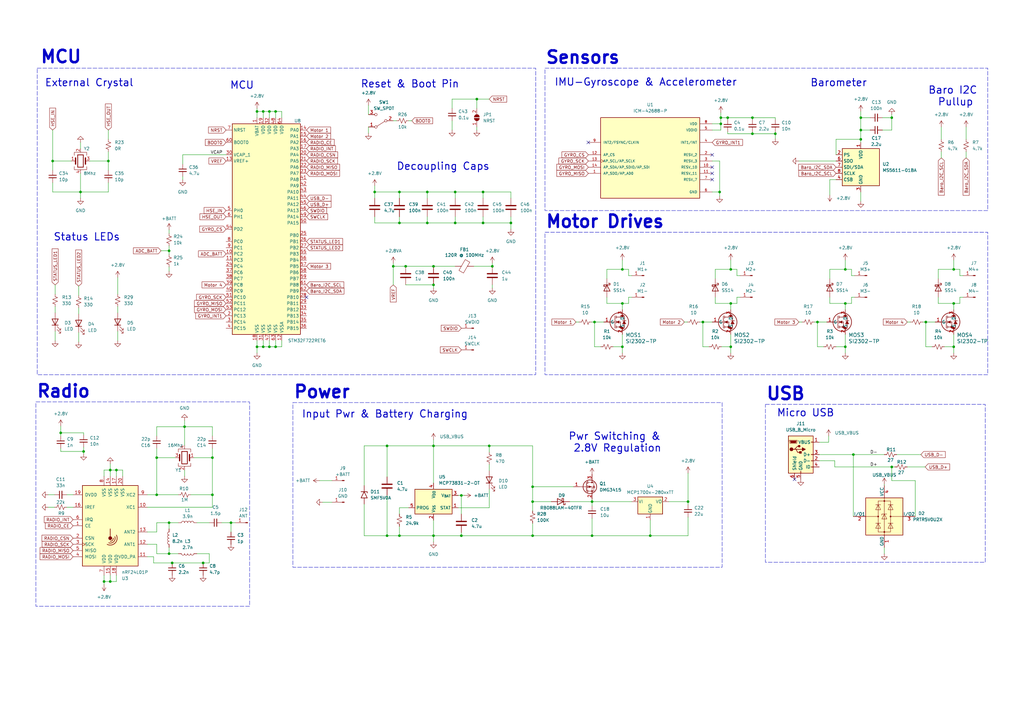
<source format=kicad_sch>
(kicad_sch (version 20250114) (generator "eeschema") (generator_version "9.0")
  (paper "A3")
  (title_block (title "Fahmy Tiny Drone") (rev "Rev 0.2") (company "Ibraam Fahmy"))
  (lib_symbols
    (symbol "Battery_Management:MCP73831-2-OT"
      (property "Reference" "U" (at -7.62 6.35 0))
      (property "Value" "MCP73831-2-OT" (at 1.27 6.35 0))
      (symbol "MCP73831-2-OT_1_1"
        (pin input line (at -10.16 -2.54 0) (length 2.54) (name "PROG") (number "5"))
        (pin power_in line (at 0 7.62 270) (length 2.54) (name "V_{DD}") (number "4"))
        (pin power_in line (at 0 -7.62 90) (length 2.54) (name "V_{SS}") (number "2"))
        (pin power_out line (at 10.16 2.54 180) (length 2.54) (name "V_{BAT}") (number "3"))
        (pin tri_state line (at 10.16 -2.54 180) (length 2.54) (name "STAT") (number "1"))
      )
    )
    (symbol "Connector:Conn_01x01_Pin" (pin_names (offset 1.016) (hide yes))
      (property "Reference" "J" (at 0 2.54 0))
      (property "Value" "Conn_01x01_Pin" (at 0 -2.54 0))
      (symbol "Conn_01x01_Pin_1_1"
        (pin passive line (at 5.08 0 180) (length 3.81) (name "Pin_1") (number "1"))
      )
    )
    (symbol "Connector:USB_B_Micro" (pin_names (offset 1.016))
      (property "Reference" "J" (at -5.08 11.43 0))
      (property "Value" "USB_B_Micro" (at -5.08 8.89 0))
      (symbol "USB_B_Micro_1_1"
        (pin passive line (at -2.54 -10.16 90) (length 2.54) (name "Shield") (number "6"))
        (pin power_out line (at 0 -10.16 90) (length 2.54) (name "GND") (number "5"))
        (pin power_out line (at 7.62 5.08 180) (length 2.54) (name "VBUS") (number "1"))
        (pin bidirectional line (at 7.62 0 180) (length 2.54) (name "D+") (number "3"))
        (pin bidirectional line (at 7.62 -2.54 180) (length 2.54) (name "D-") (number "2"))
        (pin passive line (at 7.62 -5.08 180) (length 2.54) (name "ID") (number "4"))
      )
    )
    (symbol "Device:C" (pin_numbers (hide yes)) (pin_names (offset 0.254))
      (property "Reference" "C" (at 0.635 2.54 0))
      (property "Value" "C" (at 0.635 -2.54 0))
      (symbol "C_1_1"
        (pin passive line (at 0 3.81 270) (length 2.794) (name "~") (number "1"))
        (pin passive line (at 0 -3.81 90) (length 2.794) (name "~") (number "2"))
      )
    )
    (symbol "Device:C_Small" (pin_numbers (hide yes)) (pin_names (offset 0.254) (hide yes))
      (property "Reference" "C" (at 0.254 1.778 0))
      (property "Value" "C_Small" (at 0.254 -2.032 0))
      (symbol "C_Small_1_1"
        (pin passive line (at 0 2.54 270) (length 2.032) (name "~") (number "1"))
        (pin passive line (at 0 -2.54 90) (length 2.032) (name "~") (number "2"))
      )
    )
    (symbol "Device:Crystal_GND24" (pin_names (offset 1.016) (hide yes))
      (property "Reference" "Y" (at 3.175 5.08 0))
      (property "Value" "Crystal_GND24" (at 3.175 3.175 0))
      (symbol "Crystal_GND24_1_1"
        (pin passive line (at -3.81 0 0) (length 1.27) (name "1") (number "1"))
        (pin passive line (at 0 5.08 270) (length 1.27) (name "2") (number "2"))
        (pin passive line (at 0 -5.08 90) (length 1.27) (name "4") (number "4"))
        (pin passive line (at 3.81 0 180) (length 1.27) (name "3") (number "3"))
      )
    )
    (symbol "Device:D_Schottky" (pin_numbers (hide yes)) (pin_names (offset 1.016) (hide yes))
      (property "Reference" "D" (at 0 2.54 0))
      (property "Value" "D_Schottky" (at 0 -2.54 0))
      (symbol "D_Schottky_1_1"
        (pin passive line (at -3.81 0 0) (length 2.54) (name "K") (number "1"))
        (pin passive line (at 3.81 0 180) (length 2.54) (name "A") (number "2"))
      )
    )
    (symbol "Device:FerriteBead" (pin_numbers (hide yes)) (pin_names (offset 0))
      (property "Reference" "FB" (at -3.81 0.635 90))
      (property "Value" "FerriteBead" (at 3.81 0 90))
      (symbol "FerriteBead_1_1"
        (pin passive line (at 0 3.81 270) (length 2.54) (name "~") (number "1"))
        (pin passive line (at 0 -3.81 90) (length 2.54) (name "~") (number "2"))
      )
    )
    (symbol "Device:L" (pin_numbers (hide yes)) (pin_names (offset 1.016) (hide yes))
      (property "Reference" "L" (at -1.27 0 90))
      (property "Value" "L" (at 1.905 0 90))
      (symbol "L_1_1"
        (pin passive line (at 0 3.81 270) (length 1.27) (name "1") (number "1"))
        (pin passive line (at 0 -3.81 90) (length 1.27) (name "2") (number "2"))
      )
    )
    (symbol "Device:LED" (pin_numbers (hide yes)) (pin_names (offset 1.016) (hide yes))
      (property "Reference" "D" (at 0 2.54 0))
      (property "Value" "LED" (at 0 -2.54 0))
      (symbol "LED_1_1"
        (pin passive line (at -3.81 0 0) (length 2.54) (name "K") (number "1"))
        (pin passive line (at 3.81 0 180) (length 2.54) (name "A") (number "2"))
      )
    )
    (symbol "Device:R_Small_US" (pin_numbers (hide yes)) (pin_names (offset 0.254) (hide yes))
      (property "Reference" "R" (at 0.762 0.508 0))
      (property "Value" "R_Small_US" (at 0.762 -1.016 0))
      (symbol "R_Small_US_1_1"
        (pin passive line (at 0 2.54 270) (length 1.016) (name "~") (number "1"))
        (pin passive line (at 0 -2.54 90) (length 1.016) (name "~") (number "2"))
      )
    )
    (symbol "Diode:SMF5V0A" (pin_numbers (hide yes)) (pin_names (offset 1.016) (hide yes))
      (property "Reference" "D" (at 0 2.54 0))
      (property "Value" "SMF5V0A" (at 0 -2.54 0))
      (symbol "SMF5V0A_1_1"
        (pin passive line (at -3.81 0 0) (length 2.54) (name "A1") (number "1"))
        (pin passive line (at 3.81 0 180) (length 2.54) (name "A2") (number "2"))
      )
    )
    (symbol "Diode:SS14" (pin_numbers (hide yes)) (pin_names (offset 1.016) (hide yes))
      (property "Reference" "D" (at 0 2.54 0))
      (property "Value" "SS14" (at 0 -2.54 0))
      (symbol "SS14_1_1"
        (pin passive line (at -3.81 0 0) (length 2.54) (name "K") (number "1"))
        (pin passive line (at 3.81 0 180) (length 2.54) (name "A") (number "2"))
      )
    )
    (symbol "ICM-42688-P:ICM-42688-P" (pin_names (offset 1.016))
      (property "Reference" "U" (at -20.32 16.002 0))
      (property "Value" "ICM-42688-P" (at -20.32 -20.32 0))
      (symbol "ICM-42688-P_0_0"
        (pin bidirectional line (at -25.4 5.08 0) (length 5.08) (name "INT2/FSYNC/CLKIN") (number "9"))
        (pin input line (at -25.4 0 0) (length 5.08) (name "AP_CS") (number "12"))
        (pin input clock (at -25.4 -2.54 0) (length 5.08) (name "AP_SCL/AP_SCLK") (number "13"))
        (pin bidirectional line (at -25.4 -5.08 0) (length 5.08) (name "AP_SDA/AP_SDIO/AP_SDI") (number "14"))
        (pin bidirectional line (at -25.4 -7.62 0) (length 5.08) (name "AP_SDO/AP_AD0") (number "1"))
        (pin power_in line (at 25.4 12.7 180) (length 5.08) (name "VDD") (number "8"))
        (pin power_in line (at 25.4 10.16 180) (length 5.08) (name "VDDIO") (number "5"))
        (pin output line (at 25.4 5.08 180) (length 5.08) (name "INT1/INT") (number "4"))
        (pin passive line (at 25.4 0 180) (length 5.08) (name "RESV_2") (number "2"))
        (pin passive line (at 25.4 -2.54 180) (length 5.08) (name "RESV_3") (number "3"))
        (pin passive line (at 25.4 -5.08 180) (length 5.08) (name "RESV_10") (number "10"))
        (pin passive line (at 25.4 -7.62 180) (length 5.08) (name "RESV_11") (number "11"))
        (pin passive line (at 25.4 -10.16 180) (length 5.08) (name "RESV_7") (number "7"))
        (pin power_in line (at 25.4 -15.24 180) (length 5.08) (name "GND") (number "6"))
      )
    )
    (symbol "Jumper:SolderJumper_2_Open" (pin_names (offset 0) (hide yes))
      (property "Reference" "JP" (at 0 2.032 0))
      (property "Value" "SolderJumper_2_Open" (at 0 -2.54 0))
      (symbol "SolderJumper_2_Open_1_1"
        (pin passive line (at -3.81 0 0) (length 2.54) (name "A") (number "1"))
        (pin passive line (at 3.81 0 180) (length 2.54) (name "B") (number "2"))
      )
    )
    (symbol "MCU_ST_STM32F7:STM32F722RETx"
      (property "Reference" "U" (at -15.24 44.45 0))
      (property "Value" "STM32F722RETx" (at 7.62 44.45 0))
      (symbol "STM32F722RETx_1_1"
        (pin input line (at -17.78 40.64 0) (length 2.54) (name "NRST") (number "7"))
        (pin input line (at -17.78 35.56 0) (length 2.54) (name "BOOT0") (number "60"))
        (pin power_in line (at -17.78 30.48 0) (length 2.54) (name "VCAP_1") (number "30"))
        (pin power_in line (at -17.78 27.94 0) (length 2.54) (name "VREF+") (number "13"))
        (pin input line (at -17.78 7.62 0) (length 2.54) (name "PH0") (number "5"))
        (pin input line (at -17.78 5.08 0) (length 2.54) (name "PH1") (number "6"))
        (pin bidirectional line (at -17.78 0 0) (length 2.54) (name "PD2") (number "54"))
        (pin bidirectional line (at -17.78 -5.08 0) (length 2.54) (name "PC0") (number "8"))
        (pin bidirectional line (at -17.78 -7.62 0) (length 2.54) (name "PC1") (number "9"))
        (pin bidirectional line (at -17.78 -10.16 0) (length 2.54) (name "PC2") (number "10"))
        (pin bidirectional line (at -17.78 -12.7 0) (length 2.54) (name "PC3") (number "11"))
        (pin bidirectional line (at -17.78 -15.24 0) (length 2.54) (name "PC4") (number "24"))
        (pin bidirectional line (at -17.78 -17.78 0) (length 2.54) (name "PC6") (number "37"))
        (pin bidirectional line (at -17.78 -20.32 0) (length 2.54) (name "PC7") (number "38"))
        (pin bidirectional line (at -17.78 -22.86 0) (length 2.54) (name "PC8") (number "39"))
        (pin bidirectional line (at -17.78 -25.4 0) (length 2.54) (name "PC9") (number "40"))
        (pin bidirectional line (at -17.78 -27.94 0) (length 2.54) (name "PC10") (number "51"))
        (pin bidirectional line (at -17.78 -30.48 0) (length 2.54) (name "PC11") (number "52"))
        (pin bidirectional line (at -17.78 -33.02 0) (length 2.54) (name "PC12") (number "53"))
        (pin bidirectional line (at -17.78 -35.56 0) (length 2.54) (name "PC13") (number "2"))
        (pin bidirectional line (at -17.78 -38.1 0) (length 2.54) (name "PC14") (number "3"))
        (pin bidirectional line (at -17.78 -40.64 0) (length 2.54) (name "PC15") (number "4"))
        (pin power_in line (at -5.08 45.72 270) (length 2.54) (name "VBAT") (number "1"))
        (pin power_in line (at -5.08 -45.72 90) (length 2.54) (name "VSS") (number "18"))
        (pin power_in line (at -2.54 45.72 270) (length 2.54) (name "VDD") (number "19"))
        (pin power_in line (at -2.54 -45.72 90) (length 2.54) (name "VSS") (number "31"))
        (pin power_in line (at 0 45.72 270) (length 2.54) (name "VDD") (number "32"))
        (pin power_in line (at 0 -45.72 90) (length 2.54) (name "VSS") (number "47"))
        (pin power_in line (at 2.54 45.72 270) (length 2.54) (name "VDD") (number "48"))
        (pin power_in line (at 2.54 -45.72 90) (length 2.54) (name "VSS") (number "63"))
        (pin power_in line (at 5.08 45.72 270) (length 2.54) (name "VDD") (number "64"))
        (pin power_in line (at 5.08 -45.72 90) (length 2.54) (name "VSSA") (number "12"))
        (pin bidirectional line (at 15.24 40.64 180) (length 2.54) (name "PA0") (number "14"))
        (pin bidirectional line (at 15.24 38.1 180) (length 2.54) (name "PA1") (number "15"))
        (pin bidirectional line (at 15.24 35.56 180) (length 2.54) (name "PA2") (number "16"))
        (pin bidirectional line (at 15.24 33.02 180) (length 2.54) (name "PA3") (number "17"))
        (pin bidirectional line (at 15.24 30.48 180) (length 2.54) (name "PA4") (number "20"))
        (pin bidirectional line (at 15.24 27.94 180) (length 2.54) (name "PA5") (number "21"))
        (pin bidirectional line (at 15.24 25.4 180) (length 2.54) (name "PA6") (number "22"))
        (pin bidirectional line (at 15.24 22.86 180) (length 2.54) (name "PA7") (number "23"))
        (pin bidirectional line (at 15.24 20.32 180) (length 2.54) (name "PA8") (number "41"))
        (pin bidirectional line (at 15.24 17.78 180) (length 2.54) (name "PA9") (number "42"))
        (pin bidirectional line (at 15.24 15.24 180) (length 2.54) (name "PA10") (number "43"))
        (pin bidirectional line (at 15.24 12.7 180) (length 2.54) (name "PA11") (number "44"))
        (pin bidirectional line (at 15.24 10.16 180) (length 2.54) (name "PA12") (number "45"))
        (pin bidirectional line (at 15.24 7.62 180) (length 2.54) (name "PA13") (number "46"))
        (pin bidirectional line (at 15.24 5.08 180) (length 2.54) (name "PA14") (number "49"))
        (pin bidirectional line (at 15.24 2.54 180) (length 2.54) (name "PA15") (number "50"))
        (pin bidirectional line (at 15.24 -2.54 180) (length 2.54) (name "PB0") (number "25"))
        (pin bidirectional line (at 15.24 -5.08 180) (length 2.54) (name "PB1") (number "26"))
        (pin bidirectional line (at 15.24 -7.62 180) (length 2.54) (name "PB2") (number "27"))
        (pin bidirectional line (at 15.24 -10.16 180) (length 2.54) (name "PB3") (number "55"))
        (pin bidirectional line (at 15.24 -12.7 180) (length 2.54) (name "PB4") (number "56"))
        (pin bidirectional line (at 15.24 -15.24 180) (length 2.54) (name "PB5") (number "57"))
        (pin bidirectional line (at 15.24 -17.78 180) (length 2.54) (name "PB6") (number "58"))
        (pin bidirectional line (at 15.24 -20.32 180) (length 2.54) (name "PB7") (number "59"))
        (pin bidirectional line (at 15.24 -22.86 180) (length 2.54) (name "PB8") (number "61"))
        (pin bidirectional line (at 15.24 -25.4 180) (length 2.54) (name "PB9") (number "62"))
        (pin bidirectional line (at 15.24 -27.94 180) (length 2.54) (name "PB10") (number "28"))
        (pin bidirectional line (at 15.24 -30.48 180) (length 2.54) (name "PB11") (number "29"))
        (pin bidirectional line (at 15.24 -33.02 180) (length 2.54) (name "PB12") (number "33"))
        (pin bidirectional line (at 15.24 -35.56 180) (length 2.54) (name "PB13") (number "34"))
        (pin bidirectional line (at 15.24 -38.1 180) (length 2.54) (name "PB14") (number "35"))
        (pin bidirectional line (at 15.24 -40.64 180) (length 2.54) (name "PB15") (number "36"))
      )
    )
    (symbol "Power_Protection:PRTR5V0U2X" (pin_names (offset 0))
      (property "Reference" "D" (at 2.794 8.636 0))
      (property "Value" "PRTR5V0U2X" (at 8.128 -9.398 0))
      (symbol "PRTR5V0U2X_1_1"
        (pin passive line (at -12.7 0 0) (length 5.08) (name "I/O1") (number "2"))
        (pin passive line (at 0 12.7 270) (length 5.08) (name "VCC") (number "4"))
        (pin passive line (at 0 -12.7 90) (length 5.08) (name "GND") (number "1"))
        (pin passive line (at 12.7 0 180) (length 5.08) (name "I/O2") (number "3"))
      )
    )
    (symbol "RF:nRF24L01P" (pin_names (offset 1.016))
      (property "Reference" "U" (at -11.43 17.78 0))
      (property "Value" "nRF24L01P" (at 5.08 17.78 0))
      (symbol "nRF24L01P_1_1"
        (pin input line (at -15.24 12.7 0) (length 3.81) (name "MOSI") (number "4"))
        (pin output line (at -15.24 10.16 0) (length 3.81) (name "MISO") (number "5"))
        (pin input clock (at -15.24 7.62 0) (length 3.81) (name "SCK") (number "3"))
        (pin input line (at -15.24 5.08 0) (length 3.81) (name "CSN") (number "2"))
        (pin input line (at -15.24 0 0) (length 3.81) (name "CE") (number "1"))
        (pin output line (at -15.24 -2.54 0) (length 3.81) (name "IRQ") (number "6"))
        (pin passive line (at -15.24 -7.62 0) (length 3.81) (name "IREF") (number "16"))
        (pin power_out line (at -15.24 -12.7 0) (length 3.81) (name "DVDD") (number "19"))
        (pin power_in line (at -2.54 20.32 270) (length 3.81) (name "VDD") (number "7"))
        (pin power_in line (at -2.54 -20.32 90) (length 3.81) (name "VSS") (number "8"))
        (pin power_in line (at 0 20.32 270) (length 3.81) (name "VDD") (number "15"))
        (pin power_in line (at 0 -20.32 90) (length 3.81) (name "VSS") (number "14"))
        (pin power_in line (at 2.54 20.32 270) (length 3.81) (name "VDD") (number "18"))
        (pin power_in line (at 2.54 -20.32 90) (length 3.81) (name "VSS") (number "17"))
        (pin power_in line (at 5.08 -20.32 90) (length 3.81) (name "VSS") (number "20"))
        (pin power_out line (at 15.24 12.7 180) (length 3.81) (name "VDD_PA") (number "11"))
        (pin passive line (at 15.24 7.62 180) (length 3.81) (name "ANT1") (number "12"))
        (pin passive line (at 15.24 2.54 180) (length 3.81) (name "ANT2") (number "13"))
        (pin passive line (at 15.24 -7.62 180) (length 3.81) (name "XC1") (number "10"))
        (pin passive line (at 15.24 -12.7 180) (length 3.81) (name "XC2") (number "9"))
      )
    )
    (symbol "Regulator_Linear:MCP1700x-280xxTT" (pin_names (offset 0.254))
      (property "Reference" "U" (at -3.81 3.175 0))
      (property "Value" "MCP1700x-280xxTT" (at 0 3.175 0))
      (symbol "MCP1700x-280xxTT_1_1"
        (pin power_in line (at -7.62 0 0) (length 2.54) (name "VI") (number "3"))
        (pin power_in line (at 0 -7.62 90) (length 2.54) (name "GND") (number "1"))
        (pin power_out line (at 7.62 0 180) (length 2.54) (name "VO") (number "2"))
      )
    )
    (symbol "SI2302_TP:SI2302-TP" (pin_names (offset 0.254))
      (property "Reference" "MOSFET" (at 11.43 1.905 0))
      (property "Value" "SI2302-TP" (at 11.43 -2.54 0))
      (symbol "SI2302-TP_0_1"
        (pin unspecified line (at 0 0 0) (length 2.54) (name "G") (number "1"))
        (pin unspecified line (at 7.62 5.08 270) (length 2.54) (name "D") (number "3"))
        (pin unspecified line (at 7.62 -5.08 90) (length 2.54) (name "S") (number "2"))
      )
    )
    (symbol "Sensor_Pressure:MS5611-01BA"
      (property "Reference" "U" (at -6.35 8.89 0))
      (property "Value" "MS5611-01BA" (at 7.62 8.89 0))
      (symbol "MS5611-01BA_1_1"
        (pin input line (at -10.16 5.08 0) (length 2.54) (name "PS") (number "2"))
        (pin output line (at -10.16 2.54 0) (length 2.54) (name "SDO") (number "6"))
        (pin bidirectional line (at -10.16 0 0) (length 2.54) (name "SDI/SDA") (number "7"))
        (pin input line (at -10.16 -2.54 0) (length 2.54) (name "SCLK") (number "8"))
        (pin input line (at -10.16 -5.08 0) (length 2.54) (name "CSB") (number "4"))
        (pin input line (at -10.16 -5.08 0) (length 2.54) (hide yes) (name "CSB") (number "5"))
        (pin power_in line (at 0 10.16 270) (length 2.54) (name "VDD") (number "1"))
        (pin power_in line (at 0 -10.16 90) (length 2.54) (name "GND") (number "3"))
      )
    )
    (symbol "Switch:SW_SPDT" (pin_names (offset 0) (hide yes))
      (property "Reference" "SW" (at 0 4.318 0))
      (property "Value" "SW_SPDT" (at 0 -5.08 0))
      (symbol "SW_SPDT_1_1"
        (pin passive line (at -5.08 0 0) (length 2.54) (name "B") (number "2"))
        (pin passive line (at 5.08 2.54 180) (length 2.54) (name "A") (number "1"))
        (pin passive line (at 5.08 -2.54 180) (length 2.54) (name "C") (number "3"))
      )
    )
    (symbol "Transistor_FET:DMG2301L" (pin_names (hide yes))
      (property "Reference" "Q" (at 5.08 1.905 0))
      (property "Value" "DMG2301L" (at 5.08 0 0))
      (symbol "DMG2301L_1_1"
        (pin input line (at -5.08 0 0) (length 2.54) (name "G") (number "1"))
        (pin passive line (at 2.54 5.08 270) (length 2.54) (name "D") (number "3"))
        (pin passive line (at 2.54 -5.08 90) (length 2.54) (name "S") (number "2"))
      )
    )
    (symbol "power:+3.3V" (power) (pin_names (offset 0))
      (property "Value" "+3.3V" (at 0 3.556 0))
      (symbol "+3.3V_1_1"
        (pin power_in line (at 0 0 90) (length 0) (hide yes) (name "+3V3") (number "1"))
      )
    )
    (symbol "power:+3.3VA" (power) (pin_names (offset 0))
      (property "Value" "+3.3VA" (at 0 3.556 0))
      (symbol "+3.3VA_1_1"
        (pin power_in line (at 0 0 90) (length 0) (hide yes) (name "+3.3VA") (number "1"))
      )
    )
    (symbol "power:+BATT" (power) (pin_names (offset 0))
      (property "Value" "+BATT" (at 0 3.556 0))
      (symbol "+BATT_1_1"
        (pin power_in line (at 0 0 90) (length 0) (hide yes) (name "+BATT") (number "1"))
      )
    )
    (symbol "power:GND" (power) (pin_names (offset 0))
      (property "Value" "GND" (at 0 -3.81 0))
      (symbol "GND_1_1"
        (pin power_in line (at 0 0 270) (length 0) (hide yes) (name "GND") (number "1"))
      )
    )
    (symbol "power:VBUS" (power) (pin_names (offset 0))
      (property "Value" "VBUS" (at 0 3.81 0))
      (symbol "VBUS_1_1"
        (pin power_in line (at 0 0 90) (length 0) (hide yes) (name "VBUS") (number "1"))
      )
    )
  )
  (rectangle (start 15.24 27.94) (end 219.71 153.67) (stroke (width 0) (type dash)))
  (rectangle (start 14.732 164.846) (end 102.362 248.666) (stroke (width 0) (type dash)))
  (rectangle (start 120.142 165.1) (end 296.164 232.664) (stroke (width 0) (type dash)))
  (rectangle (start 223.52 27.94) (end 405.13 86.36) (stroke (width 0) (type dash)))
  (rectangle (start 223.52 95.25) (end 405.13 153.67) (stroke (width 0) (type dash)))
  (rectangle (start 313.944 165.862) (end 404.114 230.632) (stroke (width 0) (type dash)))
  (text "Motor Drives" (at 223.52 93.98 0) (effects (font (size 5.08 5.08) (thickness 1.016) (bold yes)) (justify left bottom)))
  (text "Radio" (at 14.732 163.576 0) (effects (font (size 5.08 5.08) (thickness 1.016) (bold yes)) (justify left bottom)))
  (text "Baro I2C \nPullup" (at 391.922 43.688 0) (effects (font (size 3 3) (thickness 0.375)) (justify bottom)))
  (text "Status LEDs" (at 21.844 99.06 0) (effects (font (size 3 3) (thickness 0.375)) (justify left bottom)))
  (text "MCU" (at 94.234 36.83 0) (effects (font (size 3 3) (thickness 0.375)) (justify left bottom)))
  (text "Pwr Switching & \n2.8V Regulation" (at 253.238 185.674 0) (effects (font (size 3 3) (thickness 0.375)) (justify bottom)))
  (text "Decoupling Caps" (at 162.56 70.104 0) (effects (font (size 3 3) (thickness 0.375)) (justify left bottom)))
  (text "Barometer" (at 332.232 35.814 0) (effects (font (size 3 3) (thickness 0.375)) (justify left bottom)))
  (text "Reset & Boot Pin" (at 147.828 36.322 0) (effects (font (size 3 3) (thickness 0.375)) (justify left bottom)))
  (text "Power" (at 120.142 163.83 0) (effects (font (size 5.08 5.08) (thickness 1.016) (bold yes)) (justify left bottom)))
  (text "USB" (at 313.944 164.592 0) (effects (font (size 5.08 5.08) (thickness 1.016) (bold yes)) (justify left bottom)))
  (text "MCU" (at 16.256 26.416 0) (effects (font (size 5.08 5.08) (thickness 1.016) (bold yes)) (justify left bottom)))
  (text "External Crystal" (at 18.288 35.814 0) (effects (font (size 3 3) (thickness 0.375)) (justify left bottom)))
  (text "Sensors" (at 223.52 26.67 0) (effects (font (size 5.08 5.08) (thickness 1.016) (bold yes)) (justify left bottom)))
  (text "Micro USB" (at 318.516 171.196 0) (effects (font (size 3 3) (thickness 0.375)) (justify left bottom)))
  (text "Input Pwr & Battery Charging" (at 123.698 171.704 0) (effects (font (size 3 3) (thickness 0.375)) (justify left bottom)))
  (text "IMU-Gyroscope & Accelerometer" (at 227.33 35.56 0) (effects (font (size 3 3) (thickness 0.375)) (justify left bottom)))
  (junction (at 47.752 192.786))
  (junction (at 346.71 124.46))
  (junction (at 34.29 185.166))
  (junction (at 218.44 205.74))
  (junction (at 110.49 45.72))
  (junction (at 288.29 132.08))
  (junction (at 24.892 177.546))
  (junction (at 105.41 142.24))
  (junction (at 242.824 219.71))
  (junction (at 282.194 205.74))
  (junction (at 201.93 109.22))
  (junction (at 295.656 48.26))
  (junction (at 255.27 110.49))
  (junction (at 163.83 91.44))
  (junction (at 308.61 54.864))
  (junction (at 113.03 45.72))
  (junction (at 346.71 110.49))
  (junction (at 266.7 219.71))
  (junction (at 365.76 48.26))
  (junction (at 107.95 142.24))
  (junction (at 166.37 109.22))
  (junction (at 45.212 192.786))
  (junction (at 69.342 214.376))
  (junction (at 110.49 142.24))
  (junction (at 177.8 219.71))
  (junction (at 87.122 202.946))
  (junction (at 69.342 227.076))
  (junction (at 163.83 219.71))
  (junction (at 391.16 110.49))
  (junction (at 198.12 78.74))
  (junction (at 70.612 230.886))
  (junction (at 177.8 116.84))
  (junction (at 198.12 91.44))
  (junction (at 42.672 238.506))
  (junction (at 75.692 175.006))
  (junction (at 161.29 109.22))
  (junction (at 158.75 182.88))
  (junction (at 186.69 91.44))
  (junction (at 107.95 45.72))
  (junction (at 243.84 132.08))
  (junction (at 295.656 50.8))
  (junction (at 177.8 182.88))
  (junction (at 299.72 124.46))
  (junction (at 318.008 54.864))
  (junction (at 391.16 124.46))
  (junction (at 189.23 203.2))
  (junction (at 308.61 48.26))
  (junction (at 64.262 202.946))
  (junction (at 353.06 57.15))
  (junction (at 299.72 142.24))
  (junction (at 255.27 124.46))
  (junction (at 69.342 102.87))
  (junction (at 200.66 182.88))
  (junction (at 94.742 214.376))
  (junction (at 64.262 187.706))
  (junction (at 175.26 91.44))
  (junction (at 189.23 219.71))
  (junction (at 209.55 91.44))
  (junction (at 105.41 45.72))
  (junction (at 177.8 109.22))
  (junction (at 113.03 142.24))
  (junction (at 295.148 78.74))
  (junction (at 391.16 142.24))
  (junction (at 346.71 142.24))
  (junction (at 365.76 191.516))
  (junction (at 21.59 66.04))
  (junction (at 153.67 78.74))
  (junction (at 195.58 40.64))
  (junction (at 335.28 132.08))
  (junction (at 186.69 78.74))
  (junction (at 163.83 78.74))
  (junction (at 353.06 53.34))
  (junction (at 299.72 110.49))
  (junction (at 379.73 132.08))
  (junction (at 350.012 186.436))
  (junction (at 44.45 66.04))
  (junction (at 175.26 78.74))
  (junction (at 255.27 142.24))
  (junction (at 298.45 48.26))
  (junction (at 33.02 78.74))
  (junction (at 45.212 238.506))
  (junction (at 87.122 187.706))
  (junction (at 83.312 230.886))
  (junction (at 242.824 205.74))
  (junction (at 158.75 219.71))
  (junction (at 218.44 219.71))
  (junction (at 218.44 199.644))
  (junction (at 353.06 48.26))
  (no_connect (at 292.1 63.5))
  (no_connect (at 241.3 58.42))
  (no_connect (at 125.73 121.92))
  (no_connect (at 292.1 71.12))
  (no_connect (at 292.1 68.58))
  (no_connect (at 325.882 196.596))
  (no_connect (at 292.1 73.66))
  (wire (pts (xy 75.692 175.006) (xy 75.692 172.466)))
  (wire (pts (xy 318.008 54.864) (xy 318.008 56.896)))
  (wire (pts (xy 177.8 180.34) (xy 177.8 182.88)))
  (wire (pts (xy 177.8 182.88) (xy 177.8 198.12)))
  (wire (pts (xy 259.08 121.92) (xy 257.81 121.92)))
  (wire (pts (xy 387.35 142.24) (xy 391.16 142.24)))
  (wire (pts (xy 161.29 109.22) (xy 161.29 116.84)))
  (wire (pts (xy 293.37 121.92) (xy 293.37 124.46)))
  (wire (pts (xy 233.68 205.74) (xy 242.824 205.74)))
  (wire (pts (xy 75.692 175.006) (xy 64.262 175.006)))
  (wire (pts (xy 346.71 124.46) (xy 340.36 124.46)))
  (wire (pts (xy 396.24 52.07) (xy 396.24 57.15)))
  (wire (pts (xy 19.812 202.946) (xy 22.352 202.946)))
  (wire (pts (xy 280.67 132.08) (xy 281.94 132.08)))
  (wire (pts (xy 342.9 63.5) (xy 342.9 57.15)))
  (wire (pts (xy 47.752 235.966) (xy 47.752 238.506)))
  (wire (pts (xy 107.95 139.7) (xy 107.95 142.24)))
  (wire (pts (xy 105.41 139.7) (xy 105.41 142.24)))
  (wire (pts (xy 362.712 198.628) (xy 362.712 199.136)))
  (wire (pts (xy 288.29 142.24) (xy 290.83 142.24)))
  (wire (pts (xy 24.892 185.166) (xy 34.29 185.166)))
  (wire (pts (xy 200.66 182.88) (xy 177.8 182.88)))
  (wire (pts (xy 242.824 205.74) (xy 242.824 207.518)))
  (wire (pts (xy 33.02 58.42) (xy 33.02 60.96)))
  (wire (pts (xy 346.71 127) (xy 346.71 124.46)))
  (wire (pts (xy 33.02 71.12) (xy 33.02 78.74)))
  (wire (pts (xy 187.96 203.2) (xy 189.23 203.2)))
  (wire (pts (xy 257.81 113.03) (xy 257.81 110.49)))
  (wire (pts (xy 198.12 91.44) (xy 186.69 91.44)))
  (wire (pts (xy 248.92 121.92) (xy 248.92 124.46)))
  (wire (pts (xy 336.042 181.356) (xy 339.852 181.356)))
  (wire (pts (xy 288.29 132.08) (xy 288.29 142.24)))
  (wire (pts (xy 47.752 195.326) (xy 47.752 192.786)))
  (wire (pts (xy 292.1 53.34) (xy 295.656 53.34)))
  (wire (pts (xy 200.66 185.42) (xy 200.66 182.88)))
  (wire (pts (xy 47.752 192.786) (xy 50.292 192.786)))
  (wire (pts (xy 384.81 110.49) (xy 384.81 114.3)))
  (wire (pts (xy 308.61 48.26) (xy 318.008 48.26)))
  (wire (pts (xy 167.64 208.28) (xy 163.83 208.28)))
  (wire (pts (xy 60.452 223.266) (xy 64.262 223.266)))
  (wire (pts (xy 201.93 116.84) (xy 201.93 118.11)))
  (wire (pts (xy 299.72 110.49) (xy 302.26 110.49)))
  (wire (pts (xy 44.45 66.04) (xy 44.45 69.85)))
  (wire (pts (xy 45.212 192.786) (xy 45.212 195.326)))
  (wire (pts (xy 375.412 211.836) (xy 375.412 197.104)))
  (wire (pts (xy 87.122 202.946) (xy 87.122 187.706)))
  (wire (pts (xy 295.148 66.04) (xy 295.148 78.74)))
  (wire (pts (xy 110.49 45.72) (xy 113.03 45.72)))
  (wire (pts (xy 353.06 53.34) (xy 353.06 57.15)))
  (wire (pts (xy 64.262 227.076) (xy 69.342 227.076)))
  (wire (pts (xy 189.23 203.2) (xy 190.5 203.2)))
  (wire (pts (xy 386.08 62.23) (xy 386.08 64.77)))
  (wire (pts (xy 393.7 113.03) (xy 393.7 110.49)))
  (wire (pts (xy 42.672 192.786) (xy 45.212 192.786)))
  (wire (pts (xy 64.262 214.376) (xy 69.342 214.376)))
  (wire (pts (xy 185.42 49.53) (xy 185.42 53.34)))
  (wire (pts (xy 361.95 53.34) (xy 365.76 53.34)))
  (wire (pts (xy 110.49 45.72) (xy 110.49 48.26)))
  (wire (pts (xy 24.892 177.546) (xy 34.29 177.546)))
  (wire (pts (xy 308.61 54.864) (xy 318.008 54.864)))
  (wire (pts (xy 186.69 88.9) (xy 186.69 91.44)))
  (wire (pts (xy 293.37 110.49) (xy 299.72 110.49)))
  (wire (pts (xy 353.06 57.15) (xy 353.06 58.42)))
  (wire (pts (xy 110.49 139.7) (xy 110.49 142.24)))
  (wire (pts (xy 107.95 142.24) (xy 105.41 142.24)))
  (wire (pts (xy 336.042 186.436) (xy 350.012 186.436)))
  (wire (pts (xy 372.11 132.08) (xy 373.38 132.08)))
  (wire (pts (xy 166.37 109.22) (xy 177.8 109.22)))
  (wire (pts (xy 44.45 53.34) (xy 44.45 57.15)))
  (wire (pts (xy 266.7 219.71) (xy 282.194 219.71)))
  (wire (pts (xy 195.58 52.07) (xy 195.58 53.34)))
  (wire (pts (xy 295.656 46.228) (xy 295.656 48.26)))
  (wire (pts (xy 340.36 110.49) (xy 346.71 110.49)))
  (wire (pts (xy 163.83 219.71) (xy 177.8 219.71)))
  (wire (pts (xy 50.292 195.326) (xy 50.292 192.786)))
  (wire (pts (xy 64.262 223.266) (xy 64.262 227.076)))
  (wire (pts (xy 69.342 102.87) (xy 69.342 104.394)))
  (wire (pts (xy 24.892 174.752) (xy 24.892 177.546)))
  (wire (pts (xy 110.49 142.24) (xy 107.95 142.24)))
  (wire (pts (xy 177.8 116.84) (xy 177.8 118.11)))
  (wire (pts (xy 365.76 197.104) (xy 365.76 191.516)))
  (wire (pts (xy 393.7 121.92) (xy 393.7 124.46)))
  (wire (pts (xy 69.342 224.536) (xy 69.342 227.076)))
  (wire (pts (xy 153.67 78.74) (xy 153.67 81.28)))
  (wire (pts (xy 73.152 214.376) (xy 69.342 214.376)))
  (wire (pts (xy 177.8 219.71) (xy 177.8 222.25)))
  (wire (pts (xy 353.06 48.26) (xy 356.87 48.26)))
  (wire (pts (xy 255.27 106.68) (xy 255.27 110.49)))
  (wire (pts (xy 391.16 142.24) (xy 391.16 144.78)))
  (wire (pts (xy 107.95 45.72) (xy 110.49 45.72)))
  (wire (pts (xy 198.12 78.74) (xy 209.55 78.74)))
  (wire (pts (xy 32.258 136.398) (xy 32.258 140.208)))
  (wire (pts (xy 132.334 205.994) (xy 136.144 205.994)))
  (wire (pts (xy 336.042 188.976) (xy 342.392 188.976)))
  (wire (pts (xy 299.72 106.68) (xy 299.72 110.49)))
  (wire (pts (xy 372.11 191.516) (xy 379.476 191.516)))
  (wire (pts (xy 386.08 52.07) (xy 386.08 57.15)))
  (wire (pts (xy 257.81 124.46) (xy 255.27 124.46)))
  (wire (pts (xy 34.29 183.388) (xy 34.29 185.166)))
  (wire (pts (xy 75.692 182.626) (xy 75.692 175.006)))
  (wire (pts (xy 163.83 78.74) (xy 175.26 78.74)))
  (wire (pts (xy 66.04 102.87) (xy 69.342 102.87)))
  (wire (pts (xy 349.25 124.46) (xy 346.71 124.46)))
  (wire (pts (xy 22.606 125.73) (xy 22.606 128.27)))
  (wire (pts (xy 218.44 182.88) (xy 218.44 199.644)))
  (wire (pts (xy 218.44 214.63) (xy 218.44 219.71)))
  (wire (pts (xy 342.9 142.24) (xy 346.71 142.24)))
  (wire (pts (xy 161.29 109.22) (xy 166.37 109.22)))
  (wire (pts (xy 298.45 54.102) (xy 298.45 54.864)))
  (wire (pts (xy 218.44 219.71) (xy 242.824 219.71)))
  (wire (pts (xy 45.212 235.966) (xy 45.212 238.506)))
  (wire (pts (xy 22.606 116.84) (xy 22.606 120.65)))
  (wire (pts (xy 33.02 78.74) (xy 33.02 81.28)))
  (wire (pts (xy 80.772 227.076) (xy 85.852 227.076)))
  (wire (pts (xy 177.8 182.88) (xy 158.75 182.88)))
  (wire (pts (xy 383.54 132.08) (xy 379.73 132.08)))
  (wire (pts (xy 71.882 187.706) (xy 64.262 187.706)))
  (wire (pts (xy 384.81 110.49) (xy 391.16 110.49)))
  (wire (pts (xy 48.26 113.792) (xy 48.26 120.65)))
  (wire (pts (xy 218.44 205.74) (xy 218.44 199.644)))
  (wire (pts (xy 113.03 45.72) (xy 113.03 48.26)))
  (wire (pts (xy 151.13 43.18) (xy 151.13 46.99)))
  (wire (pts (xy 64.262 187.706) (xy 64.262 183.896)))
  (wire (pts (xy 185.42 40.64) (xy 195.58 40.64)))
  (wire (pts (xy 243.84 142.24) (xy 246.38 142.24)))
  (wire (pts (xy 42.672 238.506) (xy 42.672 239.776)))
  (wire (pts (xy 60.452 202.946) (xy 64.262 202.946)))
  (wire (pts (xy 349.25 121.92) (xy 349.25 124.46)))
  (wire (pts (xy 375.412 197.104) (xy 365.76 197.104)))
  (wire (pts (xy 185.42 44.45) (xy 185.42 40.64)))
  (wire (pts (xy 299.72 124.46) (xy 293.37 124.46)))
  (wire (pts (xy 24.892 183.896) (xy 24.892 185.166)))
  (wire (pts (xy 87.122 178.816) (xy 87.122 175.006)))
  (wire (pts (xy 64.262 218.186) (xy 64.262 214.376)))
  (wire (pts (xy 299.72 142.24) (xy 299.72 137.16)))
  (wire (pts (xy 158.75 219.71) (xy 158.75 203.2)))
  (wire (pts (xy 308.61 48.26) (xy 308.61 49.022)))
  (wire (pts (xy 255.27 124.46) (xy 248.92 124.46)))
  (wire (pts (xy 45.212 238.506) (xy 42.672 238.506)))
  (wire (pts (xy 74.93 72.39) (xy 74.93 73.66)))
  (wire (pts (xy 346.71 142.24) (xy 346.71 137.16)))
  (wire (pts (xy 60.452 208.026) (xy 87.122 208.026)))
  (wire (pts (xy 69.342 109.474) (xy 69.342 111.252)))
  (wire (pts (xy 242.824 219.71) (xy 266.7 219.71)))
  (wire (pts (xy 327.66 66.04) (xy 342.9 66.04)))
  (wire (pts (xy 163.83 208.28) (xy 163.83 210.82)))
  (wire (pts (xy 350.52 121.92) (xy 349.25 121.92)))
  (wire (pts (xy 298.45 54.864) (xy 308.61 54.864)))
  (wire (pts (xy 21.59 74.93) (xy 21.59 78.74)))
  (wire (pts (xy 282.194 212.09) (xy 282.194 219.71)))
  (wire (pts (xy 69.342 227.076) (xy 73.152 227.076)))
  (wire (pts (xy 201.93 107.95) (xy 201.93 109.22)))
  (wire (pts (xy 175.26 91.44) (xy 163.83 91.44)))
  (wire (pts (xy 33.02 78.74) (xy 44.45 78.74)))
  (wire (pts (xy 327.66 132.08) (xy 328.93 132.08)))
  (wire (pts (xy 393.7 124.46) (xy 391.16 124.46)))
  (wire (pts (xy 236.22 132.08) (xy 237.49 132.08)))
  (wire (pts (xy 379.73 142.24) (xy 382.27 142.24)))
  (wire (pts (xy 149.352 182.88) (xy 158.75 182.88)))
  (wire (pts (xy 73.152 202.946) (xy 64.262 202.946)))
  (wire (pts (xy 303.53 121.92) (xy 302.26 121.92)))
  (wire (pts (xy 218.44 205.74) (xy 226.06 205.74)))
  (wire (pts (xy 334.01 132.08) (xy 335.28 132.08)))
  (wire (pts (xy 295.656 53.34) (xy 295.656 50.8)))
  (wire (pts (xy 64.262 175.006) (xy 64.262 178.816)))
  (wire (pts (xy 292.1 132.08) (xy 288.29 132.08)))
  (wire (pts (xy 242.824 212.598) (xy 242.824 219.71)))
  (wire (pts (xy 303.53 113.03) (xy 302.26 113.03)))
  (wire (pts (xy 94.742 214.376) (xy 96.52 214.376)))
  (wire (pts (xy 70.612 230.886) (xy 83.312 230.886)))
  (wire (pts (xy 62.992 230.886) (xy 70.612 230.886)))
  (wire (pts (xy 342.9 73.66) (xy 340.36 73.66)))
  (wire (pts (xy 318.008 49.022) (xy 318.008 48.26)))
  (wire (pts (xy 282.194 194.056) (xy 282.194 205.74)))
  (wire (pts (xy 342.392 191.516) (xy 365.76 191.516)))
  (wire (pts (xy 391.16 106.68) (xy 391.16 110.49)))
  (wire (pts (xy 379.73 132.08) (xy 379.73 142.24)))
  (wire (pts (xy 248.92 110.49) (xy 248.92 114.3)))
  (wire (pts (xy 391.16 127) (xy 391.16 124.46)))
  (wire (pts (xy 384.81 121.92) (xy 384.81 124.46)))
  (wire (pts (xy 153.67 76.2) (xy 153.67 78.74)))
  (wire (pts (xy 318.008 54.864) (xy 318.008 54.102)))
  (wire (pts (xy 177.8 219.71) (xy 189.23 219.71)))
  (wire (pts (xy 255.27 127) (xy 255.27 124.46)))
  (wire (pts (xy 163.83 215.9) (xy 163.83 219.71)))
  (wire (pts (xy 177.8 213.36) (xy 177.8 219.71)))
  (wire (pts (xy 87.122 175.006) (xy 75.692 175.006)))
  (wire (pts (xy 94.742 214.376) (xy 94.742 218.186)))
  (wire (pts (xy 153.67 78.74) (xy 163.83 78.74)))
  (wire (pts (xy 74.93 63.5) (xy 74.93 67.31)))
  (wire (pts (xy 34.29 185.166) (xy 34.29 186.182)))
  (wire (pts (xy 287.02 132.08) (xy 288.29 132.08)))
  (wire (pts (xy 295.148 78.74) (xy 295.148 80.518)))
  (wire (pts (xy 353.06 53.34) (xy 356.87 53.34)))
  (wire (pts (xy 92.71 63.5) (xy 74.93 63.5)))
  (wire (pts (xy 107.95 45.72) (xy 107.95 48.26)))
  (wire (pts (xy 218.44 199.644) (xy 235.204 199.644)))
  (wire (pts (xy 105.41 142.24) (xy 105.41 144.78)))
  (wire (pts (xy 24.892 177.546) (xy 24.892 178.816)))
  (wire (pts (xy 243.84 132.08) (xy 243.84 142.24)))
  (wire (pts (xy 22.606 135.89) (xy 22.606 139.7)))
  (wire (pts (xy 44.45 62.23) (xy 44.45 66.04)))
  (wire (pts (xy 242.824 205.74) (xy 259.08 205.74)))
  (wire (pts (xy 105.41 45.72) (xy 105.41 48.26)))
  (wire (pts (xy 87.122 187.706) (xy 79.502 187.706)))
  (wire (pts (xy 302.26 113.03) (xy 302.26 110.49)))
  (wire (pts (xy 335.28 132.08) (xy 335.28 142.24)))
  (wire (pts (xy 163.83 88.9) (xy 163.83 91.44)))
  (wire (pts (xy 248.92 110.49) (xy 255.27 110.49)))
  (wire (pts (xy 298.45 48.26) (xy 308.61 48.26)))
  (wire (pts (xy 282.194 205.74) (xy 282.194 207.01)))
  (wire (pts (xy 350.012 186.436) (xy 350.012 211.836)))
  (wire (pts (xy 340.36 121.92) (xy 340.36 124.46)))
  (wire (pts (xy 353.06 45.72) (xy 353.06 48.26)))
  (wire (pts (xy 78.232 202.946) (xy 87.122 202.946)))
  (wire (pts (xy 36.83 66.04) (xy 44.45 66.04)))
  (wire (pts (xy 340.36 110.49) (xy 340.36 114.3)))
  (wire (pts (xy 342.9 57.15) (xy 353.06 57.15)))
  (wire (pts (xy 335.28 142.24) (xy 337.82 142.24)))
  (wire (pts (xy 175.26 88.9) (xy 175.26 91.44)))
  (wire (pts (xy 80.772 214.376) (xy 85.852 214.376)))
  (wire (pts (xy 177.8 109.22) (xy 186.69 109.22)))
  (wire (pts (xy 21.59 66.04) (xy 29.21 66.04)))
  (wire (pts (xy 186.69 78.74) (xy 186.69 81.28)))
  (wire (pts (xy 299.72 142.24) (xy 299.72 144.78)))
  (wire (pts (xy 151.13 52.07) (xy 151.13 54.61)))
  (wire (pts (xy 295.91 142.24) (xy 299.72 142.24)))
  (wire (pts (xy 378.46 132.08) (xy 379.73 132.08)))
  (wire (pts (xy 21.59 66.04) (xy 21.59 69.85)))
  (wire (pts (xy 394.97 113.03) (xy 393.7 113.03)))
  (wire (pts (xy 189.23 203.2) (xy 189.23 210.82)))
  (wire (pts (xy 19.812 208.026) (xy 22.352 208.026)))
  (wire (pts (xy 242.824 204.724) (xy 242.824 205.74)))
  (wire (pts (xy 87.122 187.706) (xy 87.122 183.896)))
  (wire (pts (xy 42.672 195.326) (xy 42.672 192.786)))
  (wire (pts (xy 302.26 121.92) (xy 302.26 124.46)))
  (wire (pts (xy 391.16 124.46) (xy 384.81 124.46)))
  (wire (pts (xy 391.16 110.49) (xy 393.7 110.49)))
  (wire (pts (xy 292.1 66.04) (xy 295.148 66.04)))
  (wire (pts (xy 105.41 44.45) (xy 105.41 45.72)))
  (wire (pts (xy 302.26 124.46) (xy 299.72 124.46)))
  (wire (pts (xy 113.03 139.7) (xy 113.03 142.24)))
  (wire (pts (xy 251.46 142.24) (xy 255.27 142.24)))
  (wire (pts (xy 367.792 186.436) (xy 377.698 186.436)))
  (wire (pts (xy 175.26 81.28) (xy 175.26 78.74)))
  (wire (pts (xy 189.23 219.71) (xy 218.44 219.71)))
  (wire (pts (xy 365.76 191.516) (xy 367.03 191.516)))
  (wire (pts (xy 218.44 182.88) (xy 200.66 182.88)))
  (wire (pts (xy 21.59 78.74) (xy 33.02 78.74)))
  (wire (pts (xy 218.44 205.74) (xy 218.44 209.55)))
  (wire (pts (xy 60.452 218.186) (xy 64.262 218.186)))
  (wire (pts (xy 85.852 230.886) (xy 83.312 230.886)))
  (wire (pts (xy 34.29 178.308) (xy 34.29 177.546)))
  (wire (pts (xy 353.06 78.74) (xy 353.06 82.55)))
  (wire (pts (xy 255.27 142.24) (xy 255.27 144.78)))
  (wire (pts (xy 47.752 238.506) (xy 45.212 238.506)))
  (wire (pts (xy 365.76 48.26) (xy 365.76 46.99)))
  (wire (pts (xy 42.672 235.966) (xy 42.672 238.506)))
  (wire (pts (xy 48.26 125.73) (xy 48.26 128.27)))
  (wire (pts (xy 75.692 195.326) (xy 75.692 192.786)))
  (wire (pts (xy 27.432 202.946) (xy 29.972 202.946)))
  (wire (pts (xy 153.67 88.9) (xy 153.67 91.44)))
  (wire (pts (xy 209.55 78.74) (xy 209.55 81.28)))
  (wire (pts (xy 64.262 202.946) (xy 64.262 187.706)))
  (wire (pts (xy 131.064 197.104) (xy 136.144 197.104)))
  (wire (pts (xy 200.66 200.66) (xy 200.66 208.28)))
  (wire (pts (xy 394.97 121.92) (xy 393.7 121.92)))
  (wire (pts (xy 47.752 192.786) (xy 45.212 192.786)))
  (wire (pts (xy 257.81 121.92) (xy 257.81 124.46)))
  (wire (pts (xy 166.37 116.84) (xy 177.8 116.84)))
  (wire (pts (xy 396.24 62.23) (xy 396.24 64.77)))
  (wire (pts (xy 266.7 213.36) (xy 266.7 219.71)))
  (wire (pts (xy 113.03 45.72) (xy 115.57 45.72)))
  (wire (pts (xy 209.55 88.9) (xy 209.55 91.44)))
  (wire (pts (xy 161.29 107.95) (xy 161.29 109.22)))
  (wire (pts (xy 163.83 219.71) (xy 158.75 219.71)))
  (wire (pts (xy 105.41 45.72) (xy 107.95 45.72)))
  (wire (pts (xy 85.852 227.076) (xy 85.852 230.886)))
  (wire (pts (xy 242.57 132.08) (xy 243.84 132.08)))
  (wire (pts (xy 69.342 214.376) (xy 69.342 216.916)))
  (wire (pts (xy 299.72 127) (xy 299.72 124.46)))
  (wire (pts (xy 295.656 48.26) (xy 295.656 50.8)))
  (wire (pts (xy 161.29 49.53) (xy 162.56 49.53)))
  (wire (pts (xy 349.25 113.03) (xy 349.25 110.49)))
  (wire (pts (xy 186.69 91.44) (xy 175.26 91.44)))
  (wire (pts (xy 198.12 78.74) (xy 198.12 81.28)))
  (wire (pts (xy 361.95 48.26) (xy 365.76 48.26)))
  (wire (pts (xy 60.452 228.346) (xy 62.992 228.346)))
  (wire (pts (xy 198.12 88.9) (xy 198.12 91.44)))
  (wire (pts (xy 362.712 186.436) (xy 350.012 186.436)))
  (wire (pts (xy 44.45 78.74) (xy 44.45 74.93)))
  (wire (pts (xy 167.64 49.53) (xy 168.91 49.53)))
  (wire (pts (xy 163.83 91.44) (xy 153.67 91.44)))
  (wire (pts (xy 163.83 78.74) (xy 163.83 81.28)))
  (wire (pts (xy 247.65 132.08) (xy 243.84 132.08)))
  (wire (pts (xy 195.58 40.64) (xy 195.58 44.45)))
  (wire (pts (xy 32.258 126.238) (xy 32.258 128.778)))
  (wire (pts (xy 342.392 191.516) (xy 342.392 188.976)))
  (wire (pts (xy 175.26 78.74) (xy 186.69 78.74)))
  (wire (pts (xy 90.932 214.376) (xy 94.742 214.376)))
  (wire (pts (xy 339.852 178.816) (xy 339.852 181.356)))
  (wire (pts (xy 346.71 110.49) (xy 349.25 110.49)))
  (wire (pts (xy 69.342 94.234) (xy 69.342 95.758)))
  (wire (pts (xy 298.45 48.26) (xy 295.656 48.26)))
  (wire (pts (xy 292.1 78.74) (xy 295.148 78.74)))
  (wire (pts (xy 362.712 224.536) (xy 362.712 227.076)))
  (wire (pts (xy 27.432 208.026) (xy 29.972 208.026)))
  (wire (pts (xy 209.55 91.44) (xy 209.55 93.98)))
  (wire (pts (xy 87.122 208.026) (xy 87.122 202.946)))
  (wire (pts (xy 186.69 78.74) (xy 198.12 78.74)))
  (wire (pts (xy 45.212 190.246) (xy 45.212 192.786)))
  (wire (pts (xy 62.992 228.346) (xy 62.992 230.886)))
  (wire (pts (xy 346.71 142.24) (xy 346.71 144.78)))
  (wire (pts (xy 115.57 139.7) (xy 115.57 142.24)))
  (wire (pts (xy 292.1 50.8) (xy 295.656 50.8)))
  (wire (pts (xy 158.75 182.88) (xy 158.75 195.58)))
  (wire (pts (xy 149.352 199.136) (xy 149.352 182.88)))
  (wire (pts (xy 149.352 219.71) (xy 158.75 219.71)))
  (wire (pts (xy 21.59 53.34) (xy 21.59 66.04)))
  (wire (pts (xy 200.66 190.5) (xy 200.66 193.04)))
  (wire (pts (xy 69.342 102.87) (xy 69.342 100.838)))
  (wire (pts (xy 115.57 45.72) (xy 115.57 48.26)))
  (wire (pts (xy 308.61 54.102) (xy 308.61 54.864)))
  (wire (pts (xy 48.26 135.89) (xy 48.26 139.7)))
  (wire (pts (xy 149.352 206.756) (xy 149.352 219.71)))
  (wire (pts (xy 113.03 142.24) (xy 110.49 142.24)))
  (wire (pts (xy 200.66 208.28) (xy 187.96 208.28)))
  (wire (pts (xy 340.36 73.66) (xy 340.36 80.01)))
  (wire (pts (xy 346.71 106.68) (xy 346.71 110.49)))
  (wire (pts (xy 195.58 40.64) (xy 200.66 40.64)))
  (wire (pts (xy 350.52 113.03) (xy 349.25 113.03)))
  (wire (pts (xy 353.06 48.26) (xy 353.06 53.34)))
  (wire (pts (xy 259.08 113.03) (xy 257.81 113.03)))
  (wire (pts (xy 209.55 91.44) (xy 198.12 91.44)))
  (wire (pts (xy 339.09 132.08) (xy 335.28 132.08)))
  (wire (pts (xy 189.23 218.44) (xy 189.23 219.71)))
  (wire (pts (xy 115.57 142.24) (xy 113.03 142.24)))
  (wire (pts (xy 32.258 117.348) (xy 32.258 121.158)))
  (wire (pts (xy 194.31 109.22) (xy 201.93 109.22)))
  (wire (pts (xy 255.27 142.24) (xy 255.27 137.16)))
  (wire (pts (xy 274.32 205.74) (xy 282.194 205.74)))
  (wire (pts (xy 293.37 110.49) (xy 293.37 114.3)))
  (wire (pts (xy 391.16 142.24) (xy 391.16 137.16)))
  (wire (pts (xy 365.76 53.34) (xy 365.76 48.26)))
  (wire (pts (xy 298.45 49.022) (xy 298.45 48.26)))
  (wire (pts (xy 255.27 110.49) (xy 257.81 110.49)))
  (label "VCAP" (at 86.36 63.5 0))
  (label "D+" (at 356.87 191.516 0))
  (label "D-" (at 356.87 186.436 0))
  (global_label "RADIO_MISO" (shape input) (at 29.972 225.806 180) (property "Intersheetrefs" "${INTERSHEET_REFS}" (effects (hide yes))))
  (global_label "RADIO_INT" (shape input) (at 125.73 60.96 0) (property "Intersheetrefs" "${INTERSHEET_REFS}" (effects (hide yes))))
  (global_label "SWCLK" (shape input) (at 125.73 88.9 0) (property "Intersheetrefs" "${INTERSHEET_REFS}" (effects (hide yes))))
  (global_label "GYRO_CS" (shape input) (at 92.71 93.98 180) (property "Intersheetrefs" "${INTERSHEET_REFS}" (effects (hide yes))))
  (global_label "Motor 4" (shape input) (at 92.71 116.84 180) (property "Intersheetrefs" "${INTERSHEET_REFS}" (effects (hide yes))))
  (global_label "BOOT0" (shape input) (at 92.71 58.42 180) (property "Intersheetrefs" "${INTERSHEET_REFS}" (effects (hide yes))))
  (global_label "HSE_IN" (shape input) (at 21.59 53.34 90) (property "Intersheetrefs" "${INTERSHEET_REFS}" (effects (hide yes))))
  (global_label "RADIO_MOSI" (shape input) (at 29.972 228.346 180) (property "Intersheetrefs" "${INTERSHEET_REFS}" (effects (hide yes))))
  (global_label "VREF" (shape input) (at 161.29 116.84 270) (property "Intersheetrefs" "${INTERSHEET_REFS}" (effects (hide yes))))
  (global_label "RADIO_MISO" (shape input) (at 125.73 68.58 0) (property "Intersheetrefs" "${INTERSHEET_REFS}" (effects (hide yes))))
  (global_label "Motor 2" (shape input) (at 280.67 132.08 180) (property "Intersheetrefs" "${INTERSHEET_REFS}" (effects (hide yes))))
  (global_label "HSE_OUT" (shape input) (at 92.71 88.9 180) (property "Intersheetrefs" "${INTERSHEET_REFS}" (effects (hide yes))))
  (global_label "RADIO_CSN" (shape input) (at 29.972 220.726 180) (property "Intersheetrefs" "${INTERSHEET_REFS}" (effects (hide yes))))
  (global_label "GYRO_MOSI" (shape input) (at 241.3 68.58 180) (property "Intersheetrefs" "${INTERSHEET_REFS}" (effects (hide yes))))
  (global_label "Motor 3" (shape input) (at 125.73 109.22 0) (property "Intersheetrefs" "${INTERSHEET_REFS}" (effects (hide yes))))
  (global_label "NRST" (shape input) (at 200.66 40.64 0) (property "Intersheetrefs" "${INTERSHEET_REFS}" (effects (hide yes))))
  (global_label "Motor 3" (shape input) (at 327.66 132.08 180) (property "Intersheetrefs" "${INTERSHEET_REFS}" (effects (hide yes))))
  (global_label "GYRO_CS" (shape input) (at 241.3 63.5 180) (property "Intersheetrefs" "${INTERSHEET_REFS}" (effects (hide yes))))
  (global_label "Motor 1" (shape input) (at 125.73 53.34 0) (property "Intersheetrefs" "${INTERSHEET_REFS}" (effects (hide yes))))
  (global_label "Baro_I2C_SDA" (shape input) (at 396.24 64.77 270) (property "Intersheetrefs" "${INTERSHEET_REFS}" (effects (hide yes))))
  (global_label "GYRO_INT1" (shape input) (at 292.1 58.42 0) (property "Intersheetrefs" "${INTERSHEET_REFS}" (effects (hide yes))))
  (global_label "GYRO_MISO" (shape input) (at 241.3 71.12 180) (property "Intersheetrefs" "${INTERSHEET_REFS}" (effects (hide yes))))
  (global_label "Baro_I2C_SCL" (shape input) (at 386.08 64.77 270) (property "Intersheetrefs" "${INTERSHEET_REFS}" (effects (hide yes))))
  (global_label "USB_D+" (shape input) (at 125.73 83.82 0) (property "Intersheetrefs" "${INTERSHEET_REFS}" (effects (hide yes))))
  (global_label "GYRO_MOSI" (shape input) (at 92.71 127 180) (property "Intersheetrefs" "${INTERSHEET_REFS}" (effects (hide yes))))
  (global_label "USB_D+" (shape input) (at 379.476 191.516 0) (property "Intersheetrefs" "${INTERSHEET_REFS}" (effects (hide yes))))
  (global_label "STATUS_LED1" (shape input) (at 125.73 99.06 0) (property "Intersheetrefs" "${INTERSHEET_REFS}" (effects (hide yes))))
  (global_label "STATUS_LED2" (shape input) (at 125.73 101.6 0) (property "Intersheetrefs" "${INTERSHEET_REFS}" (effects (hide yes))))
  (global_label "SWDIO" (shape input) (at 125.73 86.36 0) (property "Intersheetrefs" "${INTERSHEET_REFS}" (effects (hide yes))))
  (global_label "RADIO_CSN" (shape input) (at 125.73 63.5 0) (property "Intersheetrefs" "${INTERSHEET_REFS}" (effects (hide yes))))
  (global_label "HSE_OUT" (shape input) (at 44.45 53.34 90) (property "Intersheetrefs" "${INTERSHEET_REFS}" (effects (hide yes))))
  (global_label "RADIO_CE" (shape input) (at 125.73 58.42 0) (property "Intersheetrefs" "${INTERSHEET_REFS}" (effects (hide yes))))
  (global_label "Motor 1" (shape input) (at 236.22 132.08 180) (property "Intersheetrefs" "${INTERSHEET_REFS}" (effects (hide yes))))
  (global_label "NRST" (shape input) (at 92.71 53.34 180) (property "Intersheetrefs" "${INTERSHEET_REFS}" (effects (hide yes))))
  (global_label "Motor 4" (shape input) (at 372.11 132.08 180) (property "Intersheetrefs" "${INTERSHEET_REFS}" (effects (hide yes))))
  (global_label "RADIO_SCK" (shape input) (at 29.972 223.266 180) (property "Intersheetrefs" "${INTERSHEET_REFS}" (effects (hide yes))))
  (global_label "GYRO_SCK" (shape input) (at 241.3 66.04 180) (property "Intersheetrefs" "${INTERSHEET_REFS}" (effects (hide yes))))
  (global_label "RADIO_SCK" (shape input) (at 125.73 66.04 0) (property "Intersheetrefs" "${INTERSHEET_REFS}" (effects (hide yes))))
  (global_label "SWCLK" (shape input) (at 189.23 143.51 180) (property "Intersheetrefs" "${INTERSHEET_REFS}" (effects (hide yes))))
  (global_label "ADC_BATT" (shape input) (at 92.71 104.14 180) (property "Intersheetrefs" "${INTERSHEET_REFS}" (effects (hide yes))))
  (global_label "RADIO_INT" (shape input) (at 29.972 213.106 180) (property "Intersheetrefs" "${INTERSHEET_REFS}" (effects (hide yes))))
  (global_label "GYRO_MISO" (shape input) (at 92.71 124.46 180) (property "Intersheetrefs" "${INTERSHEET_REFS}" (effects (hide yes))))
  (global_label "GYRO_INT1" (shape input) (at 92.71 129.54 180) (property "Intersheetrefs" "${INTERSHEET_REFS}" (effects (hide yes))))
  (global_label "Baro_I2C_SDA" (shape input) (at 342.9 68.58 180) (property "Intersheetrefs" "${INTERSHEET_REFS}" (effects (hide yes))))
  (global_label "BOOT0" (shape input) (at 168.91 49.53 0) (property "Intersheetrefs" "${INTERSHEET_REFS}" (effects (hide yes))))
  (global_label "Baro_I2C_SCL" (shape input) (at 342.9 71.12 180) (property "Intersheetrefs" "${INTERSHEET_REFS}" (effects (hide yes))))
  (global_label "HSE_IN" (shape input) (at 92.71 86.36 180) (property "Intersheetrefs" "${INTERSHEET_REFS}" (effects (hide yes))))
  (global_label "STATUS_LED1" (shape input) (at 22.606 116.84 90) (property "Intersheetrefs" "${INTERSHEET_REFS}" (effects (hide yes))))
  (global_label "ADC_BATT" (shape input) (at 66.04 102.87 180) (property "Intersheetrefs" "${INTERSHEET_REFS}" (effects (hide yes))))
  (global_label "USB_D-" (shape input) (at 125.73 81.28 0) (property "Intersheetrefs" "${INTERSHEET_REFS}" (effects (hide yes))))
  (global_label "RADIO_CE" (shape input) (at 29.972 215.646 180) (property "Intersheetrefs" "${INTERSHEET_REFS}" (effects (hide yes))))
  (global_label "Baro_I2C_SDA" (shape input) (at 125.73 119.38 0) (property "Intersheetrefs" "${INTERSHEET_REFS}" (effects (hide yes))))
  (global_label "GYRO_SCK" (shape input) (at 92.71 121.92 180) (property "Intersheetrefs" "${INTERSHEET_REFS}" (effects (hide yes))))
  (global_label "STATUS_LED2" (shape input) (at 32.258 117.348 90) (property "Intersheetrefs" "${INTERSHEET_REFS}" (effects (hide yes))))
  (global_label "VREF" (shape input) (at 92.71 66.04 180) (property "Intersheetrefs" "${INTERSHEET_REFS}" (effects (hide yes))))
  (global_label "RADIO_MOSI" (shape input) (at 125.73 71.12 0) (property "Intersheetrefs" "${INTERSHEET_REFS}" (effects (hide yes))))
  (global_label "USB_D-" (shape input) (at 377.698 186.436 0) (property "Intersheetrefs" "${INTERSHEET_REFS}" (effects (hide yes))))
  (global_label "Motor 2" (shape input) (at 125.73 55.88 0) (property "Intersheetrefs" "${INTERSHEET_REFS}" (effects (hide yes))))
  (global_label "Baro_I2C_SCL" (shape input) (at 125.73 116.84 0) (property "Intersheetrefs" "${INTERSHEET_REFS}" (effects (hide yes))))
  (global_label "SWDIO" (shape input) (at 189.23 134.62 180) (property "Intersheetrefs" "${INTERSHEET_REFS}" (effects (hide yes))))
  (symbol (lib_id "power:GND") (at 45.212 190.246 180) (unit 1)
    (property "Reference" "#PWR032" (effects (hide yes)))
    (property "Value" "GND" (effects (hide yes)))
  )
  (symbol (lib_id "power:+3.3V") (at 391.16 106.68 0) (unit 1)
    (property "Reference" "#PWR015" (effects (hide yes)))
    (property "Value" "+2.8V" (at 391.16 101.6 0))
  )
  (symbol (lib_id "Device:C_Small") (at 359.41 53.34 90) (unit 1)
    (property "Reference" "C17" (at 359.41 56.642 90))
    (property "Value" "2.2u" (at 359.41 59.182 90))
    (property "Footprint" "Capacitor_SMD:C_0603_1608Metric" (effects (hide yes)))
  )
  (symbol (lib_id "Device:R_Small_US") (at 240.03 132.08 90) (unit 1)
    (property "Reference" "R15" (at 240.03 125.73 90))
    (property "Value" "10" (at 240.03 128.27 90))
    (property "Footprint" "Resistor_SMD:R_0201_0603Metric" (effects (hide yes)))
  )
  (symbol (lib_id "power:+3.3V") (at 396.24 52.07 0) (unit 1)
    (property "Reference" "#PWR024" (effects (hide yes)))
    (property "Value" "+2.8V" (at 396.24 46.99 0))
  )
  (symbol (lib_id "Device:R_Small_US") (at 365.252 186.436 90) (unit 1)
    (property "Reference" "R11" (at 365.506 184.404 90))
    (property "Value" "27" (at 365.252 188.722 90))
    (property "Footprint" "Resistor_SMD:R_0201_0603Metric" (effects (hide yes)))
  )
  (symbol (lib_id "power:GND") (at 295.148 80.518 0) (unit 1)
    (property "Reference" "#PWR05" (effects (hide yes)))
    (property "Value" "GND" (effects (hide yes)))
  )
  (symbol (lib_id "Device:R_Small_US") (at 69.342 98.298 0) (unit 1)
    (property "Reference" "R24" (at 71.12 97.0279 0) (effects (justify left)))
    (property "Value" "10k" (at 71.12 99.5679 0) (effects (justify left)))
    (property "Footprint" "Resistor_SMD:R_0201_0603Metric" (effects (hide yes)))
  )
  (symbol (lib_id "Jumper:SolderJumper_2_Open") (at 195.58 48.26 90) (unit 1)
    (property "Reference" "JP1" (at 198.12 46.9899 90) (effects (justify right)))
    (property "Value" "NRST" (at 198.12 49.5299 90) (effects (justify right)))
    (property "Footprint" "Jumper:SolderJumper-2_P1.3mm_Open_TrianglePad1.0x1.5mm" (effects (hide yes)))
  )
  (symbol (lib_id "Connector:Conn_01x01_Pin") (at 194.31 143.51 180) (unit 1)
    (property "Reference" "J14" (at 193.675 138.43 0))
    (property "Value" "SWCLK" (at 193.675 140.97 0))
    (property "Footprint" "TestPoint:TestPoint_Pad_D1.0mm" (effects (hide yes)))
    (property "Description" "Generic connector, single row, 01x01, script generated" (effects (hide yes)))
  )
  (symbol (lib_id "Device:R_Small_US") (at 284.48 132.08 90) (unit 1)
    (property "Reference" "R16" (at 284.48 125.73 90))
    (property "Value" "10" (at 284.48 128.27 90))
    (property "Footprint" "Resistor_SMD:R_0201_0603Metric" (effects (hide yes)))
  )
  (symbol (lib_id "Device:FerriteBead") (at 190.5 109.22 90) (unit 1)
    (property "Reference" "FB1" (at 190.5 102.362 90))
    (property "Value" "120R @ 100MHz" (at 190.5 104.648 90))
    (property "Footprint" "Resistor_SMD:R_0603_1608Metric" (effects (hide yes)))
  )
  (symbol (lib_id "power:+3.3V") (at 201.93 107.95 0) (unit 1)
    (property "Reference" "#PWR088" (effects (hide yes)))
    (property "Value" "+2.8V" (at 201.93 102.87 0))
  )
  (symbol (lib_id "power:+3.3V") (at 346.71 106.68 0) (unit 1)
    (property "Reference" "#PWR011" (effects (hide yes)))
    (property "Value" "+2.8V" (at 346.71 101.6 0))
  )
  (symbol (lib_id "Device:R_Small_US") (at 69.342 106.934 0) (unit 1)
    (property "Reference" "R25" (at 71.12 105.6639 0) (effects (justify left)))
    (property "Value" "1k" (at 71.12 108.2039 0) (effects (justify left)))
    (property "Footprint" "Resistor_SMD:R_0201_0603Metric" (effects (hide yes)))
  )
  (symbol (lib_id "Device:R_Small_US") (at 32.258 123.698 0) (unit 1)
    (property "Reference" "R14" (at 34.29 122.4279 0) (effects (justify left)))
    (property "Value" "330" (at 34.29 124.9679 0) (effects (justify left)))
    (property "Footprint" "Resistor_SMD:R_0402_1005Metric" (effects (hide yes)))
  )
  (symbol (lib_id "power:+BATT") (at 190.5 203.2 270) (unit 1)
    (property "Reference" "#PWR01" (effects (hide yes)))
    (property "Value" "+BATT" (at 194.31 203.1999 90) (effects (justify left)))
  )
  (symbol (lib_id "SI2302_TP:SI2302-TP") (at 247.65 132.08 0) (unit 1)
    (property "Reference" "MOS1" (at 256.54 137.414 0) (effects (font (size 1.524 1.524)) (justify left)))
    (property "Value" "SI2302-TP" (at 256.54 139.954 0) (effects (font (size 1.524 1.524)) (justify left)))
    (property "Footprint" "SOT-23_MCC" (effects (hide yes)))
    (property "Datasheet" "SI2302-TP" (effects (hide yes)))
  )
  (symbol (lib_id "Device:C") (at 189.23 214.63 0) (unit 1)
    (property "Reference" "C2" (at 193.294 213.3599 0) (effects (justify left)))
    (property "Value" "4.7u" (at 193.294 215.8999 0) (effects (justify left)))
    (property "Footprint" "Capacitor_SMD:C_0402_1005Metric" (effects (hide yes)))
  )
  (symbol (lib_id "Device:R_Small_US") (at 384.81 142.24 90) (unit 1)
    (property "Reference" "R4" (at 384.81 135.89 90))
    (property "Value" "10k" (at 384.81 138.43 90))
    (property "Footprint" "Resistor_SMD:R_0201_0603Metric" (effects (hide yes)))
  )
  (symbol (lib_id "Device:C_Small") (at 185.42 46.99 0) (unit 1)
    (property "Reference" "C43" (at 187.96 45.7262 0) (effects (justify left)))
    (property "Value" "0.1u" (at 187.96 48.2662 0) (effects (justify left)))
    (property "Footprint" "Capacitor_SMD:C_0402_1005Metric" (effects (hide yes)))
  )
  (symbol (lib_id "power:GND") (at 32.258 140.208 0) (unit 1)
    (property "Reference" "#PWR038" (effects (hide yes)))
    (property "Value" "GND" (effects (hide yes)))
  )
  (symbol (lib_id "power:GND") (at 177.8 118.11 0) (unit 1)
    (property "Reference" "#PWR086" (effects (hide yes)))
    (property "Value" "GND" (at 177.8 123.19 0))
  )
  (symbol (lib_id "power:GND") (at 209.55 93.98 0) (unit 1)
    (property "Reference" "#PWR091" (effects (hide yes)))
    (property "Value" "GND" (at 209.55 99.06 0))
  )
  (symbol (lib_id "Connector:Conn_01x01_Pin") (at 141.224 205.994 180) (unit 1)
    (property "Reference" "J10" (at 140.589 200.914 0))
    (property "Value" "GND" (at 140.589 203.454 0))
    (property "Footprint" "TestPoint:TestPoint_Pad_D1.0mm" (effects (hide yes)))
    (property "Description" "Generic connector, single row, 01x01, script generated" (effects (hide yes)))
  )
  (symbol (lib_id "Diode:SS14") (at 340.36 118.11 270) (unit 1)
    (property "Reference" "D7" (at 342.9 116.5224 90) (effects (justify left)))
    (property "Value" "SS14" (at 342.9 119.0624 90) (effects (justify left)))
    (property "Footprint" "Diode_SMD:D_SMA" (effects (hide yes)))
    (property "Datasheet" "https://www.vishay.com/docs/88746/ss12.pdf" (effects (hide yes)))
    (property "Description" "40V 1A Schottky Diode, SMA" (effects (hide yes)))
  )
  (symbol (lib_id "Connector:Conn_01x01_Pin") (at 264.16 121.92 180) (unit 1)
    (property "Reference" "J2" (at 263.525 116.84 0))
    (property "Value" "M1-" (at 263.525 119.38 0))
    (property "Footprint" "TestPoint:TestPoint_Pad_D1.0mm" (effects (hide yes)))
    (property "Description" "Generic connector, single row, 01x01, script generated" (effects (hide yes)))
  )
  (symbol (lib_id "power:+3.3V") (at 386.08 52.07 0) (unit 1)
    (property "Reference" "#PWR023" (effects (hide yes)))
    (property "Value" "+2.8V" (at 386.08 46.99 0))
  )
  (symbol (lib_id "Connector:Conn_01x01_Pin") (at 141.224 197.104 180) (unit 1)
    (property "Reference" "J9" (at 140.589 192.024 0))
    (property "Value" "+BATT" (at 140.589 194.564 0))
    (property "Footprint" "TestPoint:TestPoint_Pad_D1.0mm" (effects (hide yes)))
    (property "Description" "Generic connector, single row, 01x01, script generated" (effects (hide yes)))
  )
  (symbol (lib_id "Connector:Conn_01x01_Pin") (at 355.6 121.92 180) (unit 1)
    (property "Reference" "J6" (at 354.965 116.84 0))
    (property "Value" "M3-" (at 354.965 119.38 0))
    (property "Footprint" "TestPoint:TestPoint_Pad_D1.0mm" (effects (hide yes)))
    (property "Description" "Generic connector, single row, 01x01, script generated" (effects (hide yes)))
  )
  (symbol (lib_id "Device:C_Small") (at 24.892 181.356 0) (unit 1)
    (property "Reference" "C9" (at 27.432 180.0922 0) (effects (justify left)))
    (property "Value" "1n" (at 27.432 182.6322 0) (effects (justify left)))
    (property "Footprint" "Capacitor_SMD:C_0201_0603Metric" (effects (hide yes)))
  )
  (symbol (lib_id "power:+3.3V") (at 48.26 113.792 0) (unit 1)
    (property "Reference" "#PWR040" (effects (hide yes)))
    (property "Value" "+2.8V" (at 48.26 108.712 0))
  )
  (symbol (lib_id "power:GND") (at 75.692 195.326 0) (unit 1)
    (property "Reference" "#PWR033" (effects (hide yes)))
    (property "Value" "GND" (effects (hide yes)))
  )
  (symbol (lib_id "Device:C_Small") (at 21.59 72.39 0) (unit 1)
    (property "Reference" "C34" (at 24.13 71.1262 0) (effects (justify left)))
    (property "Value" "10p" (at 24.13 73.6662 0) (effects (justify left)))
    (property "Footprint" "Capacitor_SMD:C_0402_1005Metric" (effects (hide yes)))
  )
  (symbol (lib_id "Device:R_Small_US") (at 386.08 59.69 0) (unit 1)
    (property "Reference" "R6" (at 388.62 58.4199 0) (effects (justify left)))
    (property "Value" "4.7k" (at 388.62 60.9599 0) (effects (justify left)))
    (property "Footprint" "Resistor_SMD:R_0201_0603Metric" (effects (hide yes)))
  )
  (symbol (lib_id "Device:R_Small_US") (at 293.37 142.24 90) (unit 1)
    (property "Reference" "R2" (at 293.37 135.89 90))
    (property "Value" "10k" (at 293.37 138.43 90))
    (property "Footprint" "Resistor_SMD:R_0201_0603Metric" (effects (hide yes)))
  )
  (symbol (lib_id "power:GND") (at 299.72 144.78 0) (unit 1)
    (property "Reference" "#PWR09" (effects (hide yes)))
    (property "Value" "GND" (effects (hide yes)))
  )
  (symbol (lib_id "power:+3.3V") (at 153.67 76.2 0) (unit 1)
    (property "Reference" "#PWR080" (effects (hide yes)))
    (property "Value" "+2.8V" (at 153.67 71.12 0))
  )
  (symbol (lib_id "Connector:Conn_01x01_Pin") (at 308.61 113.03 180) (unit 1)
    (property "Reference" "J3" (at 307.975 107.95 0))
    (property "Value" "M2+" (at 307.975 110.49 0))
    (property "Footprint" "TestPoint:TestPoint_Pad_D1.0mm" (effects (hide yes)))
    (property "Description" "Generic connector, single row, 01x01, script generated" (effects (hide yes)))
  )
  (symbol (lib_id "power:GND") (at 70.612 235.966 0) (unit 1)
    (property "Reference" "#PWR028" (effects (hide yes)))
    (property "Value" "GND" (effects (hide yes)))
  )
  (symbol (lib_id "Device:R_Small_US") (at 331.47 132.08 90) (unit 1)
    (property "Reference" "R17" (at 331.47 125.73 90))
    (property "Value" "10" (at 331.47 128.27 90))
    (property "Footprint" "Resistor_SMD:R_0201_0603Metric" (effects (hide yes)))
  )
  (symbol (lib_id "Device:C_Small") (at 298.45 51.562 0) (unit 1)
    (property "Reference" "C4" (at 300.99 50.2982 0) (effects (justify left)))
    (property "Value" "0.1u" (at 300.99 52.8382 0) (effects (justify left)))
    (property "Footprint" "Capacitor_SMD:C_0402_1005Metric" (effects (hide yes)))
  )
  (symbol (lib_id "power:GND") (at 346.71 144.78 0) (unit 1)
    (property "Reference" "#PWR012" (effects (hide yes)))
    (property "Value" "GND" (effects (hide yes)))
  )
  (symbol (lib_id "Device:Crystal_GND24") (at 75.692 187.706 180) (unit 1)
    (property "Reference" "Y1" (at 73.152 192.786 0))
    (property "Value" "16Mhz" (at 71.882 182.626 0))
    (property "Footprint" "Crystal:Crystal_SMD_3225-4Pin_3.2x2.5mm" (effects (hide yes)))
  )
  (symbol (lib_id "Diode:SS14") (at 248.92 118.11 270) (unit 1)
    (property "Reference" "D1" (at 251.46 116.5224 90) (effects (justify left)))
    (property "Value" "SS14" (at 251.46 119.0624 90) (effects (justify left)))
    (property "Footprint" "Diode_SMD:D_SMA" (effects (hide yes)))
    (property "Datasheet" "https://www.vishay.com/docs/88746/ss12.pdf" (effects (hide yes)))
    (property "Description" "40V 1A Schottky Diode, SMA" (effects (hide yes)))
  )
  (symbol (lib_id "power:+3.3V") (at 282.194 194.056 0) (unit 1)
    (property "Reference" "#PWR065" (effects (hide yes)))
    (property "Value" "+2.8V" (at 282.194 188.976 0))
  )
  (symbol (lib_id "power:GND") (at 75.692 172.466 180) (unit 1)
    (property "Reference" "#PWR042" (effects (hide yes)))
    (property "Value" "GND" (at 75.692 167.386 0))
  )
  (symbol (lib_id "MCU_ST_STM32F7:STM32F722RETx") (at 110.49 93.98 0) (unit 1)
    (property "Reference" "U8" (at 120.65 49.53 0) (effects (justify left)))
    (property "Value" "STM32F722RET6" (at 118.11 139.7 0) (effects (justify left)))
    (property "Footprint" "Package_QFP:LQFP-64_10x10mm_P0.5mm" (effects (hide yes)))
    (property "Datasheet" "http://www.st.com/st-web-ui/static/active/en/resource/technical/document/datasheet/DM00330506.pdf" (effects (hide yes)))
  )
  (symbol (lib_id "SI2302_TP:SI2302-TP") (at 292.1 132.08 0) (unit 1)
    (property "Reference" "MOS2" (at 300.99 137.414 0) (effects (font (size 1.524 1.524)) (justify left)))
    (property "Value" "SI2302-TP" (at 300.99 139.954 0) (effects (font (size 1.524 1.524)) (justify left)))
    (property "Footprint" "SOT-23_MCC" (effects (hide yes)))
    (property "Datasheet" "SI2302-TP" (effects (hide yes)))
  )
  (symbol (lib_id "Device:C_Small") (at 83.312 233.426 0) (unit 1)
    (property "Reference" "C8" (at 85.852 232.1622 0) (effects (justify left)))
    (property "Value" "4.7p" (at 85.852 234.7022 0) (effects (justify left)))
    (property "Footprint" "Capacitor_SMD:C_0402_1005Metric" (effects (hide yes)))
  )
  (symbol (lib_id "power:VBUS") (at 177.8 180.34 0) (unit 1)
    (property "Reference" "#PWR026" (effects (hide yes)))
    (property "Value" "USB_VBUS" (at 180.34 179.0699 0) (effects (justify left)))
  )
  (symbol (lib_id "Connector:Conn_01x01_Pin") (at 355.6 113.03 180) (unit 1)
    (property "Reference" "J5" (at 354.965 107.95 0))
    (property "Value" "M3+" (at 354.965 110.49 0))
    (property "Footprint" "TestPoint:TestPoint_Pad_D1.0mm" (effects (hide yes)))
    (property "Description" "Generic connector, single row, 01x01, script generated" (effects (hide yes)))
  )
  (symbol (lib_id "SI2302_TP:SI2302-TP") (at 339.09 132.08 0) (unit 1)
    (property "Reference" "MOS3" (at 347.98 137.414 0) (effects (font (size 1.524 1.524)) (justify left)))
    (property "Value" "SI2302-TP" (at 347.98 139.954 0) (effects (font (size 1.524 1.524)) (justify left)))
    (property "Footprint" "SOT-23_MCC" (effects (hide yes)))
    (property "Datasheet" "SI2302-TP" (effects (hide yes)))
  )
  (symbol (lib_id "power:GND") (at 391.16 144.78 0) (unit 1)
    (property "Reference" "#PWR017" (effects (hide yes)))
    (property "Value" "GND" (effects (hide yes)))
  )
  (symbol (lib_id "Device:LED") (at 22.606 132.08 90) (unit 1)
    (property "Reference" "D3" (at 26.416 132.3974 90) (effects (justify right)))
    (property "Value" "LED" (at 26.416 134.9374 90) (effects (justify right)))
    (property "Footprint" "LED_SMD:LED_0402_1005Metric" (effects (hide yes)))
  )
  (symbol (lib_id "power:+BATT") (at 242.824 194.564 0) (unit 1)
    (property "Reference" "#PWR07" (effects (hide yes)))
    (property "Value" "+BATT" (at 242.824 189.484 0))
  )
  (symbol (lib_id "power:GND") (at 365.76 46.99 180) (unit 1)
    (property "Reference" "#PWR019" (effects (hide yes)))
    (property "Value" "GND" (at 365.76 41.91 0))
  )
  (symbol (lib_id "power:GND") (at 328.422 196.596 0) (unit 1)
    (property "Reference" "#PWR021" (effects (hide yes)))
    (property "Value" "GND" (effects (hide yes)))
  )
  (symbol (lib_id "Connector:Conn_01x01_Pin") (at 308.61 121.92 180) (unit 1)
    (property "Reference" "J4" (at 307.975 116.84 0))
    (property "Value" "M2-" (at 307.975 119.38 0))
    (property "Footprint" "TestPoint:TestPoint_Pad_D1.0mm" (effects (hide yes)))
    (property "Description" "Generic connector, single row, 01x01, script generated" (effects (hide yes)))
  )
  (symbol (lib_id "Device:C_Small") (at 64.262 181.356 180) (unit 1)
    (property "Reference" "C16" (at 61.722 182.6198 0) (effects (justify left)))
    (property "Value" "22p" (at 61.722 180.0798 0) (effects (justify left)))
    (property "Footprint" "Capacitor_SMD:C_0402_1005Metric" (effects (hide yes)))
  )
  (symbol (lib_id "Device:C") (at 209.55 85.09 0) (unit 1)
    (property "Reference" "C46" (at 213.36 83.8199 0) (effects (justify left)))
    (property "Value" "100n" (at 213.36 86.3599 0) (effects (justify left)))
    (property "Footprint" "Capacitor_SMD:C_0201_0603Metric" (effects (hide yes)))
  )
  (symbol (lib_id "power:GND") (at 105.41 144.78 0) (unit 1)
    (property "Reference" "#PWR079" (effects (hide yes)))
    (property "Value" "GND" (at 105.41 149.86 0))
  )
  (symbol (lib_id "Device:L") (at 69.342 220.726 180) (unit 1)
    (property "Reference" "L2" (at 70.612 219.4559 0) (effects (justify right)))
    (property "Value" "8.2n" (at 70.612 221.9959 0) (effects (justify right)))
    (property "Footprint" "Inductor_SMD:L_0402_1005Metric" (effects (hide yes)))
    (property "Description" "Inductor" (effects (hide yes)))
  )
  (symbol (lib_id "power:GND") (at 34.29 186.182 0) (unit 1)
    (property "Reference" "#PWR035" (effects (hide yes)))
    (property "Value" "GND" (effects (hide yes)))
  )
  (symbol (lib_id "Device:R_Small_US") (at 369.57 191.516 90) (unit 1)
    (property "Reference" "R12" (at 369.824 189.484 90))
    (property "Value" "27" (at 369.57 193.802 90))
    (property "Footprint" "Resistor_SMD:R_0201_0603Metric" (effects (hide yes)))
  )
  (symbol (lib_id "ICM-42688-P:ICM-42688-P") (at 266.7 63.5 0) (unit 1)
    (property "Reference" "U1" (at 266.7 42.926 0))
    (property "Value" "ICM-42688-P" (at 266.7 45.466 0))
    (property "Footprint" "ICM_42688_P:PQFN50P300X250X97-14N" (effects (hide yes)))
    (property "PARTREV" "1.2" (effects (hide yes)))
    (property "STANDARD" "IPC-7351B" (effects (hide yes)))
    (property "MAXIMUM_PACKAGE_HEIGHT" "0.97mm" (effects (hide yes)))
    (property "MANUFACTURER" "TDK InvenSense" (effects (hide yes)))
  )
  (symbol (lib_id "power:GND") (at 94.742 223.266 0) (unit 1)
    (property "Reference" "#PWR029" (effects (hide yes)))
    (property "Value" "GND" (effects (hide yes)))
  )
  (symbol (lib_id "Connector:Conn_01x01_Pin") (at 400.05 113.03 180) (unit 1)
    (property "Reference" "J7" (at 399.415 107.95 0))
    (property "Value" "M4+" (at 399.415 110.49 0))
    (property "Footprint" "TestPoint:TestPoint_Pad_D1.0mm" (effects (hide yes)))
    (property "Description" "Generic connector, single row, 01x01, script generated" (effects (hide yes)))
  )
  (symbol (lib_id "power:+3.3V") (at 340.36 80.01 180) (unit 1)
    (property "Reference" "#PWR014" (effects (hide yes)))
    (property "Value" "+2.8V" (at 342.9 81.2799 0) (effects (justify right)))
  )
  (symbol (lib_id "Device:R_Small_US") (at 200.66 187.96 0) (unit 1)
    (property "Reference" "R8" (at 203.2 186.6899 0) (effects (justify left)))
    (property "Value" "470" (at 203.2 189.2299 0) (effects (justify left)))
    (property "Footprint" "Resistor_SMD:R_0402_1005Metric" (effects (hide yes)))
  )
  (symbol (lib_id "power:+3.3V") (at 353.06 45.72 0) (unit 1)
    (property "Reference" "#PWR018" (effects (hide yes)))
    (property "Value" "+2.8V" (at 353.06 40.64 0))
  )
  (symbol (lib_id "Device:R_Small_US") (at 48.26 123.19 0) (unit 1)
    (property "Reference" "R29" (at 50.8 121.9199 0) (effects (justify left)))
    (property "Value" "330" (at 50.8 124.4599 0) (effects (justify left)))
    (property "Footprint" "Resistor_SMD:R_0402_1005Metric" (effects (hide yes)))
  )
  (symbol (lib_id "power:GND") (at 19.812 208.026 270) (unit 1)
    (property "Reference" "#PWR041" (effects (hide yes)))
    (property "Value" "GND" (effects (hide yes)))
  )
  (symbol (lib_id "Device:C_Small") (at 359.41 48.26 90) (unit 1)
    (property "Reference" "C13" (at 359.4163 41.91 90))
    (property "Value" "100n" (at 359.4163 44.45 90))
    (property "Footprint" "Capacitor_SMD:C_0201_0603Metric" (effects (hide yes)))
  )
  (symbol (lib_id "Device:LED") (at 200.66 196.85 90) (unit 1)
    (property "Reference" "D10" (at 204.47 197.1674 90) (effects (justify right)))
    (property "Value" "LED" (at 204.47 199.7074 90) (effects (justify right)))
    (property "Footprint" "LED_SMD:LED_0402_1005Metric" (effects (hide yes)))
  )
  (symbol (lib_id "power:GND") (at 353.06 82.55 0) (unit 1)
    (property "Reference" "#PWR016" (effects (hide yes)))
    (property "Value" "GND" (effects (hide yes)))
  )
  (symbol (lib_id "Device:R_Small_US") (at 22.606 123.19 0) (unit 1)
    (property "Reference" "R13" (at 25.4 121.9199 0) (effects (justify left)))
    (property "Value" "330" (at 25.4 124.4599 0) (effects (justify left)))
    (property "Footprint" "Resistor_SMD:R_0402_1005Metric" (effects (hide yes)))
  )
  (symbol (lib_id "power:GND") (at 177.8 222.25 0) (unit 1)
    (property "Reference" "#PWR022" (effects (hide yes)))
    (property "Value" "GND" (at 177.8 227.33 0))
  )
  (symbol (lib_id "Device:R_Small_US") (at 248.92 142.24 90) (unit 1)
    (property "Reference" "R1" (at 248.92 135.89 90))
    (property "Value" "10k" (at 248.92 138.43 90))
    (property "Footprint" "Resistor_SMD:R_0201_0603Metric" (effects (hide yes)))
  )
  (symbol (lib_id "power:GND") (at 255.27 144.78 0) (unit 1)
    (property "Reference" "#PWR04" (effects (hide yes)))
    (property "Value" "GND" (effects (hide yes)))
  )
  (symbol (lib_id "RF:nRF24L01P") (at 45.212 215.646 0) (mirror x) (unit 1)
    (property "Reference" "U3" (at 49.8953 237.236 0) (effects (justify left)))
    (property "Value" "nRF24L01P" (at 49.8953 234.696 0) (effects (justify left)))
    (property "Footprint" "Package_DFN_QFN:QFN-20-1EP_4x4mm_P0.5mm_EP2.5x2.5mm" (effects (hide yes)))
    (property "Datasheet" "http://www.nordicsemi.com/eng/content/download/2726/34069/file/nRF24L01P_Product_Specification_1_0.pdf" (effects (hide yes)))
    (property "Description" "nRF24L01+, Ultra low power 2.4GHz RF Transceiver, QFN20 4x4mm" (effects (hide yes)))
  )
  (symbol (lib_id "power:GND") (at 195.58 53.34 0) (unit 1)
    (property "Reference" "#PWR090" (effects (hide yes)))
    (property "Value" "GND" (effects (hide yes)))
  )
  (symbol (lib_id "power:GND") (at 19.812 202.946 270) (unit 1)
    (property "Reference" "#PWR039" (effects (hide yes)))
    (property "Value" "GND" (effects (hide yes)))
  )
  (symbol (lib_id "Device:C") (at 153.67 85.09 0) (unit 1)
    (property "Reference" "C37" (at 157.48 83.8199 0) (effects (justify left)))
    (property "Value" "4.7u" (at 157.48 86.3599 0) (effects (justify left)))
    (property "Footprint" "Capacitor_SMD:C_0402_1005Metric" (effects (hide yes)))
  )
  (symbol (lib_id "Device:C_Small") (at 70.612 233.426 0) (unit 1)
    (property "Reference" "C6" (at 73.152 232.1622 0) (effects (justify left)))
    (property "Value" "2.2n" (at 73.152 234.7022 0) (effects (justify left)))
    (property "Footprint" "Capacitor_SMD:C_0402_1005Metric" (effects (hide yes)))
  )
  (symbol (lib_id "Device:R_Small_US") (at 44.45 59.69 0) (unit 1)
    (property "Reference" "R23" (at 46.99 58.4199 0) (effects (justify left)))
    (property "Value" "0R" (at 46.99 60.9599 0) (effects (justify left)))
    (property "Footprint" "Resistor_SMD:R_0402_1005Metric" (effects (hide yes)))
  )
  (symbol (lib_id "Connector:Conn_01x01_Pin") (at 101.6 214.376 180) (unit 1)
    (property "Reference" "J12" (at 99.822 209.042 0))
    (property "Value" "ANT" (at 99.822 211.582 0))
    (property "Footprint" "TestPoint:TestPoint_Pad_D1.0mm" (effects (hide yes)))
    (property "Description" "Generic connector, single row, 01x01, script generated" (effects (hide yes)))
  )
  (symbol (lib_id "Transistor_FET:DMG2301L") (at 240.284 199.644 0) (unit 1)
    (property "Reference" "Q1" (at 245.872 198.3739 0) (effects (justify left)))
    (property "Value" "DMG3415" (at 245.872 200.9139 0) (effects (justify left)))
    (property "Footprint" "Package_TO_SOT_SMD:SOT-23" (effects (hide yes)))
    (property "Datasheet" "https://www.diodes.com/assets/Datasheets/DMG2301L.pdf" (effects (hide yes)))
  )
  (symbol (lib_id "power:+BATT") (at 131.064 197.104 90) (unit 1)
    (property "Reference" "#PWR02" (effects (hide yes)))
    (property "Value" "+BATT" (at 127.254 197.1039 90) (effects (justify left)))
  )
  (symbol (lib_id "power:GND") (at 362.712 227.076 0) (unit 1)
    (property "Reference" "#PWR031" (effects (hide yes)))
    (property "Value" "GND" (effects (hide yes)))
  )
  (symbol (lib_id "power:VBUS") (at 362.712 198.628 0) (unit 1)
    (property "Reference" "#PWR030" (effects (hide yes)))
    (property "Value" "USB_VBUS" (at 362.712 194.818 0))
  )
  (symbol (lib_id "power:+3.3V") (at 42.672 239.776 180) (unit 1)
    (property "Reference" "#PWR037" (effects (hide yes)))
    (property "Value" "+2.8V" (at 42.672 244.856 0))
  )
  (symbol (lib_id "Device:C") (at 166.37 113.03 0) (unit 1)
    (property "Reference" "C38" (at 170.18 111.7599 0) (effects (justify left)))
    (property "Value" "1u" (at 170.18 114.2999 0) (effects (justify left)))
    (property "Footprint" "Capacitor_SMD:C_0402_1005Metric" (effects (hide yes)))
  )
  (symbol (lib_id "Device:R_Small_US") (at 163.83 213.36 0) (unit 1)
    (property "Reference" "R5" (at 166.37 212.0899 0) (effects (justify left)))
    (property "Value" "24.9k" (at 166.37 214.6299 0) (effects (justify left)))
    (property "Footprint" "Resistor_SMD:R_0201_0603Metric" (effects (hide yes)))
  )
  (symbol (lib_id "Device:C") (at 186.69 85.09 0) (unit 1)
    (property "Reference" "C42" (at 190.5 83.8199 0) (effects (justify left)))
    (property "Value" "100n" (at 190.5 86.3599 0) (effects (justify left)))
    (property "Footprint" "Capacitor_SMD:C_0201_0603Metric" (effects (hide yes)))
  )
  (symbol (lib_id "Device:R_Small_US") (at 396.24 59.69 0) (unit 1)
    (property "Reference" "R7" (at 398.78 58.4199 0) (effects (justify left)))
    (property "Value" "4.7k" (at 398.78 60.9599 0) (effects (justify left)))
    (property "Footprint" "Resistor_SMD:R_0201_0603Metric" (effects (hide yes)))
  )
  (symbol (lib_id "Device:R_Small_US") (at 24.892 208.026 90) (unit 1)
    (property "Reference" "R9" (at 25.146 210.566 90))
    (property "Value" "22k" (at 24.892 205.994 90))
    (property "Footprint" "Resistor_SMD:R_0201_0603Metric" (effects (hide yes)))
  )
  (symbol (lib_id "power:GND") (at 83.312 235.966 0) (unit 1)
    (property "Reference" "#PWR025" (effects (hide yes)))
    (property "Value" "GND" (effects (hide yes)))
  )
  (symbol (lib_id "Device:R_Small_US") (at 165.1 49.53 90) (unit 1)
    (property "Reference" "R26" (at 165.1 46.99 90))
    (property "Value" "10k" (at 165.1 52.07 90))
    (property "Footprint" "Resistor_SMD:R_0402_1005Metric" (effects (hide yes)))
  )
  (symbol (lib_id "power:GND") (at 327.66 66.04 270) (unit 1)
    (property "Reference" "#PWR013" (effects (hide yes)))
    (property "Value" "GND" (effects (hide yes)))
  )
  (symbol (lib_id "Connector:Conn_01x01_Pin") (at 400.05 121.92 180) (unit 1)
    (property "Reference" "J8" (at 399.415 116.84 0))
    (property "Value" "M4-" (at 399.415 119.38 0))
    (property "Footprint" "TestPoint:TestPoint_Pad_D1.0mm" (effects (hide yes)))
    (property "Description" "Generic connector, single row, 01x01, script generated" (effects (hide yes)))
  )
  (symbol (lib_id "power:GND") (at 69.342 111.252 0) (unit 1)
    (property "Reference" "#PWR076" (effects (hide yes)))
    (property "Value" "GND" (effects (hide yes)))
  )
  (symbol (lib_id "Device:C") (at 158.75 199.39 0) (unit 1)
    (property "Reference" "C1" (at 162.814 198.1199 0) (effects (justify left)))
    (property "Value" "4.7u" (at 162.814 200.6599 0) (effects (justify left)))
    (property "Footprint" "Capacitor_SMD:C_0402_1005Metric" (effects (hide yes)))
  )
  (symbol (lib_id "Device:C_Small") (at 34.29 180.848 0) (unit 1)
    (property "Reference" "C12" (at 36.83 179.5842 0) (effects (justify left)))
    (property "Value" "10n" (at 36.83 182.1242 0) (effects (justify left)))
    (property "Footprint" "Capacitor_SMD:C_0201_0603Metric" (effects (hide yes)))
  )
  (symbol (lib_id "power:GND") (at 132.334 205.994 270) (unit 1)
    (property "Reference" "#PWR020" (effects (hide yes)))
    (property "Value" "GND" (effects (hide yes)))
  )
  (symbol (lib_id "Connector:Conn_01x01_Pin") (at 264.16 113.03 180) (unit 1)
    (property "Reference" "J1" (at 263.525 107.95 0))
    (property "Value" "M1+" (at 263.525 110.49 0))
    (property "Footprint" "TestPoint:TestPoint_Pad_D1.0mm" (effects (hide yes)))
    (property "Description" "Generic connector, single row, 01x01, script generated" (effects (hide yes)))
  )
  (symbol (lib_id "Device:C_Small") (at 94.742 220.726 0) (unit 1)
    (property "Reference" "C3" (at 97.282 219.4622 0) (effects (justify left)))
    (property "Value" "1p" (at 97.282 222.0022 0) (effects (justify left)))
    (property "Footprint" "Capacitor_SMD:C_0402_1005Metric" (effects (hide yes)))
  )
  (symbol (lib_id "power:GND") (at 318.008 56.896 0) (unit 1)
    (property "Reference" "#PWR010" (effects (hide yes)))
    (property "Value" "GND" (effects (hide yes)))
  )
  (symbol (lib_id "Device:C_Small") (at 24.892 202.946 90) (unit 1)
    (property "Reference" "C11" (at 24.8983 196.596 90))
    (property "Value" "33n" (at 24.8983 199.136 90))
    (property "Footprint" "Capacitor_SMD:C_0402_1005Metric" (effects (hide yes)))
  )
  (symbol (lib_id "power:+3.3VA") (at 161.29 107.95 0) (unit 1)
    (property "Reference" "#PWR081" (effects (hide yes)))
    (property "Value" "+2.8VA" (at 161.29 102.87 0))
  )
  (symbol (lib_id "Diode:SMF5V0A") (at 149.352 202.946 270) (unit 1)
    (property "Reference" "D11" (at 151.892 201.6759 90) (effects (justify left)))
    (property "Value" "SMF5V0A" (at 151.892 204.2159 90) (effects (justify left)))
    (property "Footprint" "Diode_SMD:D_SMF" (effects (hide yes)))
    (property "Datasheet" "https://www.vishay.com/doc?85881" (effects (hide yes)))
    (property "Description" "200W unidirectional Transil Transient Voltage Suppressor, 5Vrwm, SMF" (effects (hide yes)))
  )
  (symbol (lib_id "Sensor_Pressure:MS5611-01BA") (at 353.06 68.58 0) (unit 1)
    (property "Reference" "U2" (at 361.95 67.3099 0) (effects (justify left)))
    (property "Value" "MS5611-01BA" (at 361.95 69.8499 0) (effects (justify left)))
    (property "Footprint" "Package_LGA:LGA-8_3x5mm_P1.25mm" (effects (hide yes)))
    (property "Datasheet" "https://www.te.com/commerce/DocumentDelivery/DDEController?Action=srchrtrv&DocNm=MS5611-01BA03&DocType=Data+Sheet&DocLang=English" (effects (hide yes)))
    (property "Description" "Barometric pressure sensor, 10cm resolution, 10 to 1200 mbar, I2C and SPI interface up to 20MHz, LGA-8" (effects (hide yes)))
  )
  (symbol (lib_id "power:GND") (at 74.93 73.66 0) (unit 1)
    (property "Reference" "#PWR077" (effects (hide yes)))
    (property "Value" "GND" (at 74.93 78.74 0))
  )
  (symbol (lib_id "power:GND") (at 48.26 139.7 0) (unit 1)
    (property "Reference" "#PWR092" (effects (hide yes)))
    (property "Value" "GND" (effects (hide yes)))
  )
  (symbol (lib_id "Connector:Conn_01x01_Pin") (at 194.31 134.62 180) (unit 1)
    (property "Reference" "J13" (at 193.675 129.54 0))
    (property "Value" "SWDIO" (at 193.675 132.08 0))
    (property "Footprint" "TestPoint:TestPoint_Pad_D1.0mm" (effects (hide yes)))
    (property "Description" "Generic connector, single row, 01x01, script generated" (effects (hide yes)))
  )
  (symbol (lib_id "power:GND") (at 22.606 139.7 0) (unit 1)
    (property "Reference" "#PWR036" (effects (hide yes)))
    (property "Value" "GND" (effects (hide yes)))
  )
  (symbol (lib_id "power:GND") (at 33.02 81.28 0) (unit 1)
    (property "Reference" "#PWR074" (effects (hide yes)))
    (property "Value" "GND" (at 33.02 86.36 0))
  )
  (symbol (lib_id "Regulator_Linear:MCP1700x-280xxTT") (at 266.7 205.74 0) (unit 1)
    (property "Reference" "U4" (at 266.7 199.39 0))
    (property "Value" "MCP1700x-280xxTT" (at 266.7 201.93 0))
    (property "Footprint" "Package_TO_SOT_SMD:SOT-23" (effects (hide yes)))
    (property "Datasheet" "http://ww1.microchip.com/downloads/en/DeviceDoc/20001826D.pdf" (effects (hide yes)))
    (property "Description" "250mA Low Quiscent Current LDO, 2.8V output, SOT-23" (effects (hide yes)))
  )
  (symbol (lib_id "SI2302_TP:SI2302-TP") (at 383.54 132.08 0) (unit 1)
    (property "Reference" "MOS4" (at 392.43 137.414 0) (effects (font (size 1.524 1.524)) (justify left)))
    (property "Value" "SI2302-TP" (at 392.43 139.954 0) (effects (font (size 1.524 1.524)) (justify left)))
    (property "Footprint" "SOT-23_MCC" (effects (hide yes)))
    (property "Datasheet" "SI2302-TP" (effects (hide yes)))
  )
  (symbol (lib_id "Device:Crystal_GND24") (at 33.02 66.04 0) (unit 1)
    (property "Reference" "Y2" (at 35.56 60.96 0))
    (property "Value" "8Mhz" (at 36.83 71.12 0))
    (property "Footprint" "Crystal:Crystal_SMD_3225-4Pin_3.2x2.5mm" (effects (hide yes)))
  )
  (symbol (lib_id "Device:R_Small_US") (at 218.44 212.09 0) (unit 1)
    (property "Reference" "R28" (at 220.218 210.8199 0) (effects (justify left)))
    (property "Value" "100K" (at 220.218 213.3599 0) (effects (justify left)))
    (property "Footprint" "Resistor_SMD:R_0201_0603Metric" (effects (hide yes)))
  )
  (symbol (lib_id "power:GND") (at 185.42 53.34 0) (unit 1)
    (property "Reference" "#PWR087" (effects (hide yes)))
    (property "Value" "GND" (effects (hide yes)))
  )
  (symbol (lib_id "Device:LED") (at 32.258 132.588 90) (unit 1)
    (property "Reference" "D4" (at 36.068 132.9054 90) (effects (justify right)))
    (property "Value" "LED" (at 36.068 135.4454 90) (effects (justify right)))
    (property "Footprint" "LED_SMD:LED_0402_1005Metric" (effects (hide yes)))
  )
  (symbol (lib_id "power:+3.3V") (at 151.13 43.18 0) (unit 1)
    (property "Reference" "#PWR043" (effects (hide yes)))
    (property "Value" "+2.8V" (at 151.13 38.1 0))
  )
  (symbol (lib_id "Device:LED") (at 48.26 132.08 90) (unit 1)
    (property "Reference" "D5" (at 52.07 132.3974 90) (effects (justify right)))
    (property "Value" "LED" (at 52.07 134.9374 90) (effects (justify right)))
    (property "Footprint" "LED_SMD:LED_0402_1005Metric" (effects (hide yes)))
  )
  (symbol (lib_id "power:GND") (at 151.13 54.61 0) (unit 1)
    (property "Reference" "#PWR083" (effects (hide yes)))
    (property "Value" "GND" (effects (hide yes)))
  )
  (symbol (lib_id "Device:C_Small") (at 87.122 181.356 180) (unit 1)
    (property "Reference" "C14" (at 84.582 182.6198 0) (effects (justify left)))
    (property "Value" "22p" (at 84.582 180.0798 0) (effects (justify left)))
    (property "Footprint" "Capacitor_SMD:C_0402_1005Metric" (effects (hide yes)))
  )
  (symbol (lib_id "Device:C_Small") (at 74.93 69.85 0) (unit 1)
    (property "Reference" "C36" (at 77.47 68.5862 0) (effects (justify left)))
    (property "Value" "4.7u" (at 77.47 71.1262 0) (effects (justify left)))
    (property "Footprint" "Capacitor_SMD:C_0603_1608Metric" (effects (hide yes)))
  )
  (symbol (lib_id "power:+3.3V") (at 299.72 106.68 0) (unit 1)
    (property "Reference" "#PWR08" (effects (hide yes)))
    (property "Value" "+2.8V" (at 299.72 101.6 0))
  )
  (symbol (lib_id "power:GND") (at 33.02 58.42 180) (unit 1)
    (property "Reference" "#PWR073" (effects (hide yes)))
    (property "Value" "GND" (effects (hide yes)))
  )
  (symbol (lib_id "Device:C_Small") (at 308.61 51.562 0) (unit 1)
    (property "Reference" "C7" (at 311.15 50.2982 0) (effects (justify left)))
    (property "Value" "2.2u" (at 311.15 52.8382 0) (effects (justify left)))
    (property "Footprint" "Capacitor_SMD:C_0603_1608Metric" (effects (hide yes)))
  )
  (symbol (lib_id "Diode:SS14") (at 293.37 118.11 270) (unit 1)
    (property "Reference" "D6" (at 295.91 116.5224 90) (effects (justify left)))
    (property "Value" "SS14" (at 295.91 119.0624 90) (effects (justify left)))
    (property "Footprint" "Diode_SMD:D_SMA" (effects (hide yes)))
    (property "Datasheet" "https://www.vishay.com/docs/88746/ss12.pdf" (effects (hide yes)))
    (property "Description" "40V 1A Schottky Diode, SMA" (effects (hide yes)))
  )
  (symbol (lib_id "power:+BATT") (at 69.342 94.234 0) (unit 1)
    (property "Reference" "#PWR075" (effects (hide yes)))
    (property "Value" "+BATT" (at 69.342 89.662 0))
  )
  (symbol (lib_id "Device:D_Schottky") (at 229.87 205.74 180) (unit 1)
    (property "Reference" "D9" (at 230.378 203.2 0))
    (property "Value" "RB088LAM-40TFR" (at 230.124 208.28 0))
    (property "Footprint" "Diode_SMD:D_SOD-123" (effects (hide yes)))
  )
  (symbol (lib_id "power:+3.3V") (at 255.27 106.68 0) (unit 1)
    (property "Reference" "#PWR03" (effects (hide yes)))
    (property "Value" "+2.8V" (at 255.27 101.6 0))
  )
  (symbol (lib_id "power:+3.3V") (at 24.892 174.752 0) (unit 1)
    (property "Reference" "#PWR034" (effects (hide yes)))
    (property "Value" "+2.8V" (at 24.892 169.672 0))
  )
  (symbol (lib_id "Device:C") (at 163.83 85.09 0) (mirror y) (unit 1)
    (property "Reference" "C39" (at 167.64 83.8199 0) (effects (justify right)))
    (property "Value" "100n" (at 167.64 86.3599 0) (effects (justify right)))
    (property "Footprint" "Capacitor_SMD:C_0201_0603Metric" (effects (hide yes)))
  )
  (symbol (lib_id "Device:R_Small_US") (at 340.36 142.24 90) (unit 1)
    (property "Reference" "R3" (at 340.36 135.89 90))
    (property "Value" "10k" (at 340.36 138.43 90))
    (property "Footprint" "Resistor_SMD:R_0201_0603Metric" (effects (hide yes)))
  )
  (symbol (lib_id "Device:C_Small") (at 44.45 72.39 0) (unit 1)
    (property "Reference" "C35" (at 46.99 71.1262 0) (effects (justify left)))
    (property "Value" "10p" (at 46.99 73.6662 0) (effects (justify left)))
    (property "Footprint" "Capacitor_SMD:C_0402_1005Metric" (effects (hide yes)))
  )
  (symbol (lib_id "power:VBUS") (at 339.852 178.816 0) (unit 1)
    (property "Reference" "#PWR027" (effects (hide yes)))
    (property "Value" "USB_VBUS" (at 342.392 177.5459 0) (effects (justify left)))
  )
  (symbol (lib_id "power:+3.3V") (at 105.41 44.45 0) (unit 1)
    (property "Reference" "#PWR078" (effects (hide yes)))
    (property "Value" "+2.8V" (at 105.41 39.37 0))
  )
  (symbol (lib_id "Device:L") (at 76.962 214.376 90) (unit 1)
    (property "Reference" "L1" (at 76.962 209.296 90))
    (property "Value" "3.9n" (at 76.962 211.836 90))
    (property "Footprint" "Inductor_SMD:L_0402_1005Metric" (effects (hide yes)))
    (property "Description" "Inductor" (effects (hide yes)))
  )
  (symbol (lib_id "Device:C") (at 198.12 85.09 0) (unit 1)
    (property "Reference" "C45" (at 201.93 83.8199 0) (effects (justify left)))
    (property "Value" "100n" (at 201.93 86.3599 0) (effects (justify left)))
    (property "Footprint" "Capacitor_SMD:C_0201_0603Metric" (effects (hide yes)))
  )
  (symbol (lib_id "Device:C_Small") (at 282.194 209.55 0) (unit 1)
    (property "Reference" "C22" (at 284.734 208.2862 0) (effects (justify left)))
    (property "Value" "22u" (at 284.734 210.8262 0) (effects (justify left)))
    (property "Footprint" "Capacitor_SMD:C_0805_2012Metric" (effects (hide yes)))
  )
  (symbol (lib_id "power:GND") (at 201.93 118.11 0) (unit 1)
    (property "Reference" "#PWR089" (effects (hide yes)))
    (property "Value" "GND" (at 201.93 123.19 0))
  )
  (symbol (lib_id "Device:R_Small_US") (at 375.92 132.08 90) (unit 1)
    (property "Reference" "R18" (at 375.92 125.73 90))
    (property "Value" "10" (at 375.92 128.27 90))
    (property "Footprint" "Resistor_SMD:R_0201_0603Metric" (effects (hide yes)))
  )
  (symbol (lib_id "Device:C") (at 201.93 113.03 0) (unit 1)
    (property "Reference" "C44" (at 205.74 111.7599 0) (effects (justify left)))
    (property "Value" "1u" (at 205.74 114.2999 0) (effects (justify left)))
    (property "Footprint" "Capacitor_SMD:C_0402_1005Metric" (effects (hide yes)))
  )
  (symbol (lib_id "Switch:SW_SPDT") (at 156.21 49.53 180) (unit 1)
    (property "Reference" "SW1" (at 157.48 41.91 0))
    (property "Value" "SW_SPDT" (at 157.48 44.45 0))
    (property "Footprint" "Button_Switch_SMD:Nidec_Copal_CAS-120A" (effects (hide yes)))
  )
  (symbol (lib_id "Connector:USB_B_Micro") (at 328.422 186.436 0) (unit 1)
    (property "Reference" "J11" (at 328.422 173.736 0))
    (property "Value" "USB_B_Micro" (at 328.422 176.276 0))
    (property "Footprint" "Connector_USB:USB_Micro-B_Amphenol_10104110_Horizontal" (effects (hide yes)))
    (property "Description" "USB Micro Type B connector" (effects (hide yes)))
  )
  (symbol (lib_id "Battery_Management:MCP73831-2-OT") (at 177.8 205.74 0) (unit 1)
    (property "Reference" "U5" (at 179.9433 195.58 0) (effects (justify left)))
    (property "Value" "MCP73831-2-OT" (at 179.9433 198.12 0) (effects (justify left)))
    (property "Footprint" "Package_TO_SOT_SMD:SOT-23-5" (effects (hide yes)))
    (property "Datasheet" "http://ww1.microchip.com/downloads/en/DeviceDoc/20001984g.pdf" (effects (hide yes)))
    (property "Description" "Single cell, Li-Ion/Li-Po charge management controller, 4.20V, Tri-State Status Output, in SOT23-5 package" (effects (hide yes)))
  )
  (symbol (lib_id "Device:C_Small") (at 242.824 210.058 0) (unit 1)
    (property "Reference" "C18" (at 246.126 208.7942 0) (effects (justify left)))
    (property "Value" "10u" (at 246.126 211.3342 0) (effects (justify left)))
    (property "Footprint" "Capacitor_SMD:C_0805_2012Metric" (effects (hide yes)))
  )
  (symbol (lib_id "power:+3.3V") (at 295.656 46.228 0) (unit 1)
    (property "Reference" "#PWR06" (effects (hide yes)))
    (property "Value" "+2.8V" (at 295.656 41.148 0))
  )
  (symbol (lib_id "Device:C") (at 175.26 85.09 0) (unit 1)
    (property "Reference" "C41" (at 179.07 83.8199 0) (effects (justify left)))
    (property "Value" "100n" (at 179.07 86.3599 0) (effects (justify left)))
    (property "Footprint" "Capacitor_SMD:C_0201_0603Metric" (effects (hide yes)))
  )
  (symbol (lib_id "Device:L") (at 76.962 227.076 270) (unit 1)
    (property "Reference" "L3" (at 76.962 221.996 90))
    (property "Value" "2.7n" (at 76.962 224.536 90))
    (property "Footprint" "Inductor_SMD:L_0402_1005Metric" (effects (hide yes)))
    (property "Description" "Inductor" (effects (hide yes)))
  )
  (symbol (lib_id "Device:C_Small") (at 318.008 51.562 0) (unit 1)
    (property "Reference" "C10" (at 320.548 50.2982 0) (effects (justify left)))
    (property "Value" "10n" (at 320.548 52.8382 0) (effects (justify left)))
    (property "Footprint" "Capacitor_SMD:C_0201_0603Metric" (effects (hide yes)))
  )
  (symbol (lib_id "Device:C_Small") (at 88.392 214.376 90) (unit 1)
    (property "Reference" "C5" (at 88.3983 208.026 90))
    (property "Value" "1.5p" (at 88.3983 210.566 90))
    (property "Footprint" "Capacitor_SMD:C_0402_1005Metric" (effects (hide yes)))
  )
  (symbol (lib_id "Power_Protection:PRTR5V0U2X") (at 362.712 211.836 0) (unit 1)
    (property "Reference" "D2" (at 377.952 210.566 0))
    (property "Value" "PRTR5V0U2X" (at 380.492 213.106 0))
    (property "Footprint" "Package_TO_SOT_SMD:SOT-143" (effects (hide yes)))
    (property "Datasheet" "https://assets.nexperia.com/documents/data-sheet/PRTR5V0U2X.pdf" (effects (hide yes)))
  )
  (symbol (lib_id "Device:R_Small_US") (at 75.692 202.946 270) (unit 1)
    (property "Reference" "R10" (at 75.438 200.406 90))
    (property "Value" "1M" (at 75.692 204.978 90))
    (property "Footprint" "Resistor_SMD:R_0201_0603Metric" (effects (hide yes)))
  )
  (symbol (lib_id "Diode:SS14") (at 384.81 118.11 270) (unit 1)
    (property "Reference" "D8" (at 387.35 116.5224 90) (effects (justify left)))
    (property "Value" "SS14" (at 387.35 119.0624 90) (effects (justify left)))
    (property "Footprint" "Diode_SMD:D_SMA" (effects (hide yes)))
    (property "Datasheet" "https://www.vishay.com/docs/88746/ss12.pdf" (effects (hide yes)))
    (property "Description" "40V 1A Schottky Diode, SMA" (effects (hide yes)))
  )
  (symbol (lib_id "Device:C") (at 177.8 113.03 0) (unit 1)
    (property "Reference" "C40" (at 181.61 111.7599 0) (effects (justify left)))
    (property "Value" "100n" (at 181.61 114.2999 0) (effects (justify left)))
    (property "Footprint" "Capacitor_SMD:C_0201_0603Metric" (effects (hide yes)))
  )
)
</source>
